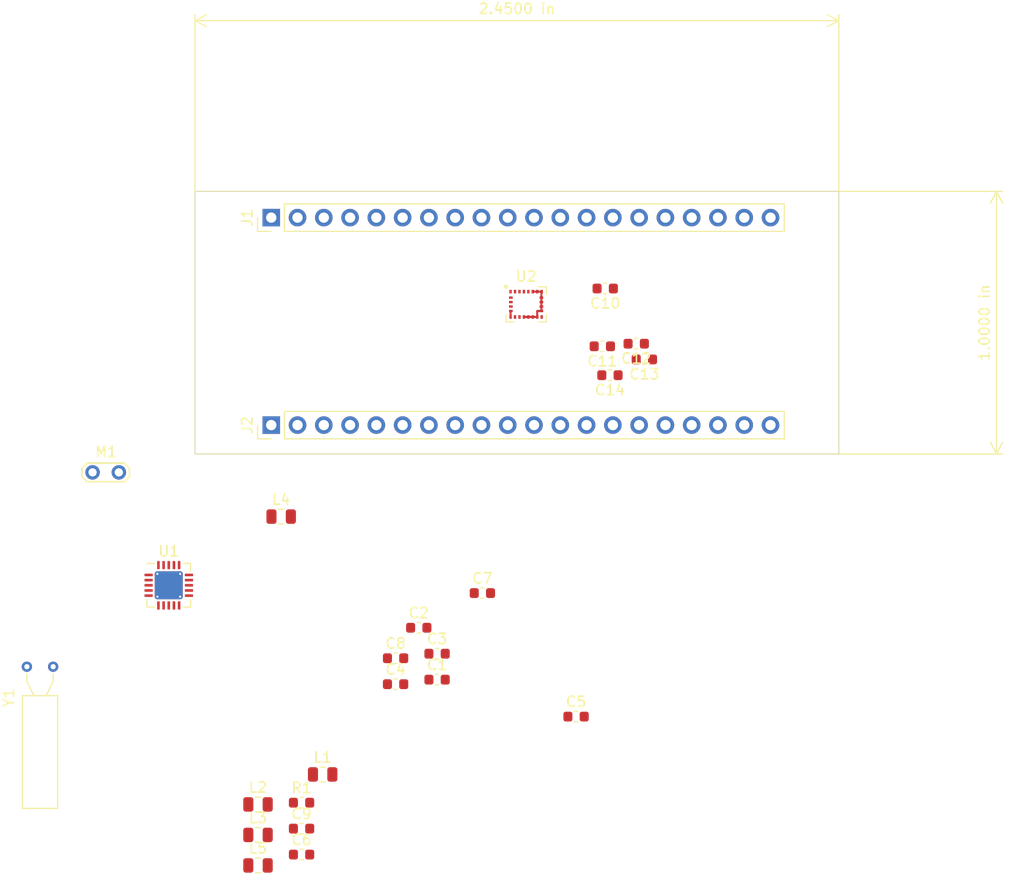
<source format=kicad_pcb>
(kicad_pcb (version 20171130) (host pcbnew 5.1.4)

  (general
    (thickness 1.6)
    (drawings 10)
    (tracks 9)
    (zones 0)
    (modules 26)
    (nets 63)
  )

  (page A4)
  (layers
    (0 F.Cu signal)
    (31 B.Cu signal)
    (32 B.Adhes user)
    (33 F.Adhes user)
    (34 B.Paste user)
    (35 F.Paste user)
    (36 B.SilkS user)
    (37 F.SilkS user)
    (38 B.Mask user)
    (39 F.Mask user)
    (40 Dwgs.User user)
    (41 Cmts.User user)
    (42 Eco1.User user)
    (43 Eco2.User user)
    (44 Edge.Cuts user)
    (45 Margin user)
    (46 B.CrtYd user)
    (47 F.CrtYd user)
    (48 B.Fab user)
    (49 F.Fab user)
  )

  (setup
    (last_trace_width 0.2)
    (user_trace_width 0.2)
    (trace_clearance 0.2)
    (zone_clearance 0.508)
    (zone_45_only no)
    (trace_min 0.2)
    (via_size 0.8)
    (via_drill 0.4)
    (via_min_size 0.4)
    (via_min_drill 0.3)
    (uvia_size 0.3)
    (uvia_drill 0.1)
    (uvias_allowed no)
    (uvia_min_size 0.2)
    (uvia_min_drill 0.1)
    (edge_width 0.05)
    (segment_width 0.2)
    (pcb_text_width 0.3)
    (pcb_text_size 1.5 1.5)
    (mod_edge_width 0.12)
    (mod_text_size 1 1)
    (mod_text_width 0.15)
    (pad_size 1.524 1.524)
    (pad_drill 0.762)
    (pad_to_mask_clearance 0.051)
    (solder_mask_min_width 0.25)
    (aux_axis_origin 0 0)
    (visible_elements FFFFFF7F)
    (pcbplotparams
      (layerselection 0x010fc_ffffffff)
      (usegerberextensions false)
      (usegerberattributes false)
      (usegerberadvancedattributes false)
      (creategerberjobfile false)
      (excludeedgelayer true)
      (linewidth 0.100000)
      (plotframeref false)
      (viasonmask false)
      (mode 1)
      (useauxorigin false)
      (hpglpennumber 1)
      (hpglpenspeed 20)
      (hpglpendiameter 15.000000)
      (psnegative false)
      (psa4output false)
      (plotreference true)
      (plotvalue true)
      (plotinvisibletext false)
      (padsonsilk false)
      (subtractmaskfromsilk false)
      (outputformat 1)
      (mirror false)
      (drillshape 1)
      (scaleselection 1)
      (outputdirectory ""))
  )

  (net 0 "")
  (net 1 "Net-(C1-Pad2)")
  (net 2 "Net-(C1-Pad1)")
  (net 3 GND)
  (net 4 "Net-(C2-Pad2)")
  (net 5 "Net-(C3-Pad2)")
  (net 6 "Net-(C3-Pad1)")
  (net 7 "Net-(C5-Pad1)")
  (net 8 "Net-(C7-Pad2)")
  (net 9 "Net-(C8-Pad2)")
  (net 10 "Net-(C9-Pad2)")
  (net 11 VDD)
  (net 12 "Net-(C12-Pad1)")
  (net 13 "Net-(C13-Pad1)")
  (net 14 /RF/RF_P)
  (net 15 /RF/RF_N)
  (net 16 "Net-(R1-Pad2)")
  (net 17 /RF/RF_SCK)
  (net 18 /RF/RF_MISO)
  (net 19 "Net-(U1-Pad3)")
  (net 20 3.3V)
  (net 21 "Net-(U1-Pad6)")
  (net 22 /RF/RF_CS)
  (net 23 "Net-(U1-Pad18)")
  (net 24 /RF/RF_MOSI)
  (net 25 "Net-(U2-Pad13)")
  (net 26 /3.3)
  (net 27 /G)
  (net 28 /R)
  (net 29 /B11)
  (net 30 /B10)
  (net 31 /B1)
  (net 32 /B0)
  (net 33 /A7)
  (net 34 /A6)
  (net 35 /A5)
  (net 36 /A4)
  (net 37 /A3)
  (net 38 /A2)
  (net 39 /A1)
  (net 40 /A0)
  (net 41 /C15)
  (net 42 /C14)
  (net 43 /C13)
  (net 44 /VB)
  (net 45 /5V)
  (net 46 /B9)
  (net 47 /B8)
  (net 48 /B7)
  (net 49 /B6)
  (net 50 /B5)
  (net 51 /B4)
  (net 52 /B3)
  (net 53 /A15)
  (net 54 /A12)
  (net 55 /A11)
  (net 56 /A10)
  (net 57 /A9)
  (net 58 /A8)
  (net 59 /B15)
  (net 60 /B14)
  (net 61 /B13)
  (net 62 /B12)

  (net_class Default "This is the default net class."
    (clearance 0.2)
    (trace_width 0.25)
    (via_dia 0.8)
    (via_drill 0.4)
    (uvia_dia 0.3)
    (uvia_drill 0.1)
    (add_net /3.3)
    (add_net /5V)
    (add_net /A0)
    (add_net /A1)
    (add_net /A10)
    (add_net /A11)
    (add_net /A12)
    (add_net /A15)
    (add_net /A2)
    (add_net /A3)
    (add_net /A4)
    (add_net /A5)
    (add_net /A6)
    (add_net /A7)
    (add_net /A8)
    (add_net /A9)
    (add_net /B0)
    (add_net /B1)
    (add_net /B10)
    (add_net /B11)
    (add_net /B12)
    (add_net /B13)
    (add_net /B14)
    (add_net /B15)
    (add_net /B3)
    (add_net /B4)
    (add_net /B5)
    (add_net /B6)
    (add_net /B7)
    (add_net /B8)
    (add_net /B9)
    (add_net /C13)
    (add_net /C14)
    (add_net /C15)
    (add_net /G)
    (add_net /R)
    (add_net /RF/RF_CS)
    (add_net /RF/RF_MISO)
    (add_net /RF/RF_MOSI)
    (add_net /RF/RF_N)
    (add_net /RF/RF_P)
    (add_net /RF/RF_SCK)
    (add_net /VB)
    (add_net 3.3V)
    (add_net GND)
    (add_net "Net-(C1-Pad1)")
    (add_net "Net-(C1-Pad2)")
    (add_net "Net-(C12-Pad1)")
    (add_net "Net-(C13-Pad1)")
    (add_net "Net-(C2-Pad2)")
    (add_net "Net-(C3-Pad1)")
    (add_net "Net-(C3-Pad2)")
    (add_net "Net-(C5-Pad1)")
    (add_net "Net-(C7-Pad2)")
    (add_net "Net-(C8-Pad2)")
    (add_net "Net-(C9-Pad2)")
    (add_net "Net-(R1-Pad2)")
    (add_net "Net-(U1-Pad18)")
    (add_net "Net-(U1-Pad3)")
    (add_net "Net-(U1-Pad6)")
    (add_net "Net-(U2-Pad13)")
    (add_net VDD)
  )

  (module Capacitor_SMD:C_0603_1608Metric (layer F.Cu) (tedit 5B301BBE) (tstamp 5DBA9B3B)
    (at 169.445001 101.835001)
    (descr "Capacitor SMD 0603 (1608 Metric), square (rectangular) end terminal, IPC_7351 nominal, (Body size source: http://www.tortai-tech.com/upload/download/2011102023233369053.pdf), generated with kicad-footprint-generator")
    (tags capacitor)
    (path /5D969FF0/5DA65A2E)
    (attr smd)
    (fp_text reference C1 (at 0 -1.43) (layer F.SilkS)
      (effects (font (size 1 1) (thickness 0.15)))
    )
    (fp_text value 0.1UF-KIT-EZ-50V-20% (at 0 1.43) (layer F.Fab)
      (effects (font (size 1 1) (thickness 0.15)))
    )
    (fp_text user %R (at 0 0) (layer F.Fab)
      (effects (font (size 0.4 0.4) (thickness 0.06)))
    )
    (fp_line (start 1.48 0.73) (end -1.48 0.73) (layer F.CrtYd) (width 0.05))
    (fp_line (start 1.48 -0.73) (end 1.48 0.73) (layer F.CrtYd) (width 0.05))
    (fp_line (start -1.48 -0.73) (end 1.48 -0.73) (layer F.CrtYd) (width 0.05))
    (fp_line (start -1.48 0.73) (end -1.48 -0.73) (layer F.CrtYd) (width 0.05))
    (fp_line (start -0.162779 0.51) (end 0.162779 0.51) (layer F.SilkS) (width 0.12))
    (fp_line (start -0.162779 -0.51) (end 0.162779 -0.51) (layer F.SilkS) (width 0.12))
    (fp_line (start 0.8 0.4) (end -0.8 0.4) (layer F.Fab) (width 0.1))
    (fp_line (start 0.8 -0.4) (end 0.8 0.4) (layer F.Fab) (width 0.1))
    (fp_line (start -0.8 -0.4) (end 0.8 -0.4) (layer F.Fab) (width 0.1))
    (fp_line (start -0.8 0.4) (end -0.8 -0.4) (layer F.Fab) (width 0.1))
    (pad 2 smd roundrect (at 0.7875 0) (size 0.875 0.95) (layers F.Cu F.Paste F.Mask) (roundrect_rratio 0.25)
      (net 1 "Net-(C1-Pad2)"))
    (pad 1 smd roundrect (at -0.7875 0) (size 0.875 0.95) (layers F.Cu F.Paste F.Mask) (roundrect_rratio 0.25)
      (net 2 "Net-(C1-Pad1)"))
    (model ${KISYS3DMOD}/Capacitor_SMD.3dshapes/C_0603_1608Metric.wrl
      (at (xyz 0 0 0))
      (scale (xyz 1 1 1))
      (rotate (xyz 0 0 0))
    )
  )

  (module Capacitor_SMD:C_0603_1608Metric (layer F.Cu) (tedit 5B301BBE) (tstamp 5DBA9B4C)
    (at 167.675001 96.815001)
    (descr "Capacitor SMD 0603 (1608 Metric), square (rectangular) end terminal, IPC_7351 nominal, (Body size source: http://www.tortai-tech.com/upload/download/2011102023233369053.pdf), generated with kicad-footprint-generator")
    (tags capacitor)
    (path /5D969FF0/5DA59F11)
    (attr smd)
    (fp_text reference C2 (at 0 -1.43) (layer F.SilkS)
      (effects (font (size 1 1) (thickness 0.15)))
    )
    (fp_text value 0.1UF-KIT-EZ-50V-20% (at 0 1.43) (layer F.Fab)
      (effects (font (size 1 1) (thickness 0.15)))
    )
    (fp_line (start -0.8 0.4) (end -0.8 -0.4) (layer F.Fab) (width 0.1))
    (fp_line (start -0.8 -0.4) (end 0.8 -0.4) (layer F.Fab) (width 0.1))
    (fp_line (start 0.8 -0.4) (end 0.8 0.4) (layer F.Fab) (width 0.1))
    (fp_line (start 0.8 0.4) (end -0.8 0.4) (layer F.Fab) (width 0.1))
    (fp_line (start -0.162779 -0.51) (end 0.162779 -0.51) (layer F.SilkS) (width 0.12))
    (fp_line (start -0.162779 0.51) (end 0.162779 0.51) (layer F.SilkS) (width 0.12))
    (fp_line (start -1.48 0.73) (end -1.48 -0.73) (layer F.CrtYd) (width 0.05))
    (fp_line (start -1.48 -0.73) (end 1.48 -0.73) (layer F.CrtYd) (width 0.05))
    (fp_line (start 1.48 -0.73) (end 1.48 0.73) (layer F.CrtYd) (width 0.05))
    (fp_line (start 1.48 0.73) (end -1.48 0.73) (layer F.CrtYd) (width 0.05))
    (fp_text user %R (at 0 0) (layer F.Fab)
      (effects (font (size 0.4 0.4) (thickness 0.06)))
    )
    (pad 1 smd roundrect (at -0.7875 0) (size 0.875 0.95) (layers F.Cu F.Paste F.Mask) (roundrect_rratio 0.25)
      (net 3 GND))
    (pad 2 smd roundrect (at 0.7875 0) (size 0.875 0.95) (layers F.Cu F.Paste F.Mask) (roundrect_rratio 0.25)
      (net 4 "Net-(C2-Pad2)"))
    (model ${KISYS3DMOD}/Capacitor_SMD.3dshapes/C_0603_1608Metric.wrl
      (at (xyz 0 0 0))
      (scale (xyz 1 1 1))
      (rotate (xyz 0 0 0))
    )
  )

  (module Capacitor_SMD:C_0603_1608Metric (layer F.Cu) (tedit 5B301BBE) (tstamp 5DBA9B5D)
    (at 169.445001 99.325001)
    (descr "Capacitor SMD 0603 (1608 Metric), square (rectangular) end terminal, IPC_7351 nominal, (Body size source: http://www.tortai-tech.com/upload/download/2011102023233369053.pdf), generated with kicad-footprint-generator")
    (tags capacitor)
    (path /5D969FF0/5DA1BF75)
    (attr smd)
    (fp_text reference C3 (at 0 -1.43) (layer F.SilkS)
      (effects (font (size 1 1) (thickness 0.15)))
    )
    (fp_text value 0.1UF-KIT-EZ-50V-20% (at 0 1.43) (layer F.Fab)
      (effects (font (size 1 1) (thickness 0.15)))
    )
    (fp_text user %R (at 0 0) (layer F.Fab)
      (effects (font (size 0.4 0.4) (thickness 0.06)))
    )
    (fp_line (start 1.48 0.73) (end -1.48 0.73) (layer F.CrtYd) (width 0.05))
    (fp_line (start 1.48 -0.73) (end 1.48 0.73) (layer F.CrtYd) (width 0.05))
    (fp_line (start -1.48 -0.73) (end 1.48 -0.73) (layer F.CrtYd) (width 0.05))
    (fp_line (start -1.48 0.73) (end -1.48 -0.73) (layer F.CrtYd) (width 0.05))
    (fp_line (start -0.162779 0.51) (end 0.162779 0.51) (layer F.SilkS) (width 0.12))
    (fp_line (start -0.162779 -0.51) (end 0.162779 -0.51) (layer F.SilkS) (width 0.12))
    (fp_line (start 0.8 0.4) (end -0.8 0.4) (layer F.Fab) (width 0.1))
    (fp_line (start 0.8 -0.4) (end 0.8 0.4) (layer F.Fab) (width 0.1))
    (fp_line (start -0.8 -0.4) (end 0.8 -0.4) (layer F.Fab) (width 0.1))
    (fp_line (start -0.8 0.4) (end -0.8 -0.4) (layer F.Fab) (width 0.1))
    (pad 2 smd roundrect (at 0.7875 0) (size 0.875 0.95) (layers F.Cu F.Paste F.Mask) (roundrect_rratio 0.25)
      (net 5 "Net-(C3-Pad2)"))
    (pad 1 smd roundrect (at -0.7875 0) (size 0.875 0.95) (layers F.Cu F.Paste F.Mask) (roundrect_rratio 0.25)
      (net 6 "Net-(C3-Pad1)"))
    (model ${KISYS3DMOD}/Capacitor_SMD.3dshapes/C_0603_1608Metric.wrl
      (at (xyz 0 0 0))
      (scale (xyz 1 1 1))
      (rotate (xyz 0 0 0))
    )
  )

  (module Capacitor_SMD:C_0603_1608Metric (layer F.Cu) (tedit 5B301BBE) (tstamp 5DBA9B6E)
    (at 165.435001 102.275001)
    (descr "Capacitor SMD 0603 (1608 Metric), square (rectangular) end terminal, IPC_7351 nominal, (Body size source: http://www.tortai-tech.com/upload/download/2011102023233369053.pdf), generated with kicad-footprint-generator")
    (tags capacitor)
    (path /5D969FF0/5DA21E27)
    (attr smd)
    (fp_text reference C4 (at 0 -1.43) (layer F.SilkS)
      (effects (font (size 1 1) (thickness 0.15)))
    )
    (fp_text value 0.1UF-KIT-EZ-50V-20% (at 0 1.43) (layer F.Fab)
      (effects (font (size 1 1) (thickness 0.15)))
    )
    (fp_line (start -0.8 0.4) (end -0.8 -0.4) (layer F.Fab) (width 0.1))
    (fp_line (start -0.8 -0.4) (end 0.8 -0.4) (layer F.Fab) (width 0.1))
    (fp_line (start 0.8 -0.4) (end 0.8 0.4) (layer F.Fab) (width 0.1))
    (fp_line (start 0.8 0.4) (end -0.8 0.4) (layer F.Fab) (width 0.1))
    (fp_line (start -0.162779 -0.51) (end 0.162779 -0.51) (layer F.SilkS) (width 0.12))
    (fp_line (start -0.162779 0.51) (end 0.162779 0.51) (layer F.SilkS) (width 0.12))
    (fp_line (start -1.48 0.73) (end -1.48 -0.73) (layer F.CrtYd) (width 0.05))
    (fp_line (start -1.48 -0.73) (end 1.48 -0.73) (layer F.CrtYd) (width 0.05))
    (fp_line (start 1.48 -0.73) (end 1.48 0.73) (layer F.CrtYd) (width 0.05))
    (fp_line (start 1.48 0.73) (end -1.48 0.73) (layer F.CrtYd) (width 0.05))
    (fp_text user %R (at 0 0) (layer F.Fab)
      (effects (font (size 0.4 0.4) (thickness 0.06)))
    )
    (pad 1 smd roundrect (at -0.7875 0) (size 0.875 0.95) (layers F.Cu F.Paste F.Mask) (roundrect_rratio 0.25)
      (net 3 GND))
    (pad 2 smd roundrect (at 0.7875 0) (size 0.875 0.95) (layers F.Cu F.Paste F.Mask) (roundrect_rratio 0.25)
      (net 6 "Net-(C3-Pad1)"))
    (model ${KISYS3DMOD}/Capacitor_SMD.3dshapes/C_0603_1608Metric.wrl
      (at (xyz 0 0 0))
      (scale (xyz 1 1 1))
      (rotate (xyz 0 0 0))
    )
  )

  (module Capacitor_SMD:C_0603_1608Metric (layer F.Cu) (tedit 5B301BBE) (tstamp 5DBA9B7F)
    (at 182.88 105.41)
    (descr "Capacitor SMD 0603 (1608 Metric), square (rectangular) end terminal, IPC_7351 nominal, (Body size source: http://www.tortai-tech.com/upload/download/2011102023233369053.pdf), generated with kicad-footprint-generator")
    (tags capacitor)
    (path /5D969FF0/5DA225FB)
    (attr smd)
    (fp_text reference C5 (at 0 -1.43) (layer F.SilkS)
      (effects (font (size 1 1) (thickness 0.15)))
    )
    (fp_text value 0.1UF-KIT-EZ-50V-20% (at 0 1.43) (layer F.Fab)
      (effects (font (size 1 1) (thickness 0.15)))
    )
    (fp_text user %R (at 0 0) (layer F.Fab)
      (effects (font (size 0.4 0.4) (thickness 0.06)))
    )
    (fp_line (start 1.48 0.73) (end -1.48 0.73) (layer F.CrtYd) (width 0.05))
    (fp_line (start 1.48 -0.73) (end 1.48 0.73) (layer F.CrtYd) (width 0.05))
    (fp_line (start -1.48 -0.73) (end 1.48 -0.73) (layer F.CrtYd) (width 0.05))
    (fp_line (start -1.48 0.73) (end -1.48 -0.73) (layer F.CrtYd) (width 0.05))
    (fp_line (start -0.162779 0.51) (end 0.162779 0.51) (layer F.SilkS) (width 0.12))
    (fp_line (start -0.162779 -0.51) (end 0.162779 -0.51) (layer F.SilkS) (width 0.12))
    (fp_line (start 0.8 0.4) (end -0.8 0.4) (layer F.Fab) (width 0.1))
    (fp_line (start 0.8 -0.4) (end 0.8 0.4) (layer F.Fab) (width 0.1))
    (fp_line (start -0.8 -0.4) (end 0.8 -0.4) (layer F.Fab) (width 0.1))
    (fp_line (start -0.8 0.4) (end -0.8 -0.4) (layer F.Fab) (width 0.1))
    (pad 2 smd roundrect (at 0.7875 0) (size 0.875 0.95) (layers F.Cu F.Paste F.Mask) (roundrect_rratio 0.25)
      (net 3 GND))
    (pad 1 smd roundrect (at -0.7875 0) (size 0.875 0.95) (layers F.Cu F.Paste F.Mask) (roundrect_rratio 0.25)
      (net 7 "Net-(C5-Pad1)"))
    (model ${KISYS3DMOD}/Capacitor_SMD.3dshapes/C_0603_1608Metric.wrl
      (at (xyz 0 0 0))
      (scale (xyz 1 1 1))
      (rotate (xyz 0 0 0))
    )
  )

  (module Capacitor_SMD:C_0603_1608Metric (layer F.Cu) (tedit 5B301BBE) (tstamp 5DBA9B90)
    (at 156.345001 118.755001)
    (descr "Capacitor SMD 0603 (1608 Metric), square (rectangular) end terminal, IPC_7351 nominal, (Body size source: http://www.tortai-tech.com/upload/download/2011102023233369053.pdf), generated with kicad-footprint-generator")
    (tags capacitor)
    (path /5D969FF0/5DA1B017)
    (attr smd)
    (fp_text reference C6 (at 0 -1.43) (layer F.SilkS)
      (effects (font (size 1 1) (thickness 0.15)))
    )
    (fp_text value 0.1UF-KIT-EZ-50V-20% (at 0 1.43) (layer F.Fab)
      (effects (font (size 1 1) (thickness 0.15)))
    )
    (fp_line (start -0.8 0.4) (end -0.8 -0.4) (layer F.Fab) (width 0.1))
    (fp_line (start -0.8 -0.4) (end 0.8 -0.4) (layer F.Fab) (width 0.1))
    (fp_line (start 0.8 -0.4) (end 0.8 0.4) (layer F.Fab) (width 0.1))
    (fp_line (start 0.8 0.4) (end -0.8 0.4) (layer F.Fab) (width 0.1))
    (fp_line (start -0.162779 -0.51) (end 0.162779 -0.51) (layer F.SilkS) (width 0.12))
    (fp_line (start -0.162779 0.51) (end 0.162779 0.51) (layer F.SilkS) (width 0.12))
    (fp_line (start -1.48 0.73) (end -1.48 -0.73) (layer F.CrtYd) (width 0.05))
    (fp_line (start -1.48 -0.73) (end 1.48 -0.73) (layer F.CrtYd) (width 0.05))
    (fp_line (start 1.48 -0.73) (end 1.48 0.73) (layer F.CrtYd) (width 0.05))
    (fp_line (start 1.48 0.73) (end -1.48 0.73) (layer F.CrtYd) (width 0.05))
    (fp_text user %R (at 0 0) (layer F.Fab)
      (effects (font (size 0.4 0.4) (thickness 0.06)))
    )
    (pad 1 smd roundrect (at -0.7875 0) (size 0.875 0.95) (layers F.Cu F.Paste F.Mask) (roundrect_rratio 0.25)
      (net 6 "Net-(C3-Pad1)"))
    (pad 2 smd roundrect (at 0.7875 0) (size 0.875 0.95) (layers F.Cu F.Paste F.Mask) (roundrect_rratio 0.25)
      (net 7 "Net-(C5-Pad1)"))
    (model ${KISYS3DMOD}/Capacitor_SMD.3dshapes/C_0603_1608Metric.wrl
      (at (xyz 0 0 0))
      (scale (xyz 1 1 1))
      (rotate (xyz 0 0 0))
    )
  )

  (module Capacitor_SMD:C_0603_1608Metric (layer F.Cu) (tedit 5B301BBE) (tstamp 5DBA9BA1)
    (at 173.825001 93.465001)
    (descr "Capacitor SMD 0603 (1608 Metric), square (rectangular) end terminal, IPC_7351 nominal, (Body size source: http://www.tortai-tech.com/upload/download/2011102023233369053.pdf), generated with kicad-footprint-generator")
    (tags capacitor)
    (path /5D969FF0/5D981962)
    (attr smd)
    (fp_text reference C7 (at 0 -1.43) (layer F.SilkS)
      (effects (font (size 1 1) (thickness 0.15)))
    )
    (fp_text value 0.1UF-KIT-EZ-50V-20% (at 0 1.43) (layer F.Fab)
      (effects (font (size 1 1) (thickness 0.15)))
    )
    (fp_text user %R (at 0 0) (layer F.Fab)
      (effects (font (size 0.4 0.4) (thickness 0.06)))
    )
    (fp_line (start 1.48 0.73) (end -1.48 0.73) (layer F.CrtYd) (width 0.05))
    (fp_line (start 1.48 -0.73) (end 1.48 0.73) (layer F.CrtYd) (width 0.05))
    (fp_line (start -1.48 -0.73) (end 1.48 -0.73) (layer F.CrtYd) (width 0.05))
    (fp_line (start -1.48 0.73) (end -1.48 -0.73) (layer F.CrtYd) (width 0.05))
    (fp_line (start -0.162779 0.51) (end 0.162779 0.51) (layer F.SilkS) (width 0.12))
    (fp_line (start -0.162779 -0.51) (end 0.162779 -0.51) (layer F.SilkS) (width 0.12))
    (fp_line (start 0.8 0.4) (end -0.8 0.4) (layer F.Fab) (width 0.1))
    (fp_line (start 0.8 -0.4) (end 0.8 0.4) (layer F.Fab) (width 0.1))
    (fp_line (start -0.8 -0.4) (end 0.8 -0.4) (layer F.Fab) (width 0.1))
    (fp_line (start -0.8 0.4) (end -0.8 -0.4) (layer F.Fab) (width 0.1))
    (pad 2 smd roundrect (at 0.7875 0) (size 0.875 0.95) (layers F.Cu F.Paste F.Mask) (roundrect_rratio 0.25)
      (net 8 "Net-(C7-Pad2)"))
    (pad 1 smd roundrect (at -0.7875 0) (size 0.875 0.95) (layers F.Cu F.Paste F.Mask) (roundrect_rratio 0.25)
      (net 3 GND))
    (model ${KISYS3DMOD}/Capacitor_SMD.3dshapes/C_0603_1608Metric.wrl
      (at (xyz 0 0 0))
      (scale (xyz 1 1 1))
      (rotate (xyz 0 0 0))
    )
  )

  (module Capacitor_SMD:C_0603_1608Metric (layer F.Cu) (tedit 5B301BBE) (tstamp 5DBA9BB2)
    (at 165.435001 99.765001)
    (descr "Capacitor SMD 0603 (1608 Metric), square (rectangular) end terminal, IPC_7351 nominal, (Body size source: http://www.tortai-tech.com/upload/download/2011102023233369053.pdf), generated with kicad-footprint-generator")
    (tags capacitor)
    (path /5D969FF0/5D9AA820)
    (attr smd)
    (fp_text reference C8 (at 0 -1.43) (layer F.SilkS)
      (effects (font (size 1 1) (thickness 0.15)))
    )
    (fp_text value 0.1UF-KIT-EZ-50V-20% (at 0 1.43) (layer F.Fab)
      (effects (font (size 1 1) (thickness 0.15)))
    )
    (fp_line (start -0.8 0.4) (end -0.8 -0.4) (layer F.Fab) (width 0.1))
    (fp_line (start -0.8 -0.4) (end 0.8 -0.4) (layer F.Fab) (width 0.1))
    (fp_line (start 0.8 -0.4) (end 0.8 0.4) (layer F.Fab) (width 0.1))
    (fp_line (start 0.8 0.4) (end -0.8 0.4) (layer F.Fab) (width 0.1))
    (fp_line (start -0.162779 -0.51) (end 0.162779 -0.51) (layer F.SilkS) (width 0.12))
    (fp_line (start -0.162779 0.51) (end 0.162779 0.51) (layer F.SilkS) (width 0.12))
    (fp_line (start -1.48 0.73) (end -1.48 -0.73) (layer F.CrtYd) (width 0.05))
    (fp_line (start -1.48 -0.73) (end 1.48 -0.73) (layer F.CrtYd) (width 0.05))
    (fp_line (start 1.48 -0.73) (end 1.48 0.73) (layer F.CrtYd) (width 0.05))
    (fp_line (start 1.48 0.73) (end -1.48 0.73) (layer F.CrtYd) (width 0.05))
    (fp_text user %R (at 0 0) (layer F.Fab)
      (effects (font (size 0.4 0.4) (thickness 0.06)))
    )
    (pad 1 smd roundrect (at -0.7875 0) (size 0.875 0.95) (layers F.Cu F.Paste F.Mask) (roundrect_rratio 0.25)
      (net 3 GND))
    (pad 2 smd roundrect (at 0.7875 0) (size 0.875 0.95) (layers F.Cu F.Paste F.Mask) (roundrect_rratio 0.25)
      (net 9 "Net-(C8-Pad2)"))
    (model ${KISYS3DMOD}/Capacitor_SMD.3dshapes/C_0603_1608Metric.wrl
      (at (xyz 0 0 0))
      (scale (xyz 1 1 1))
      (rotate (xyz 0 0 0))
    )
  )

  (module Capacitor_SMD:C_0603_1608Metric (layer F.Cu) (tedit 5B301BBE) (tstamp 5DBA9BC3)
    (at 156.345001 116.245001)
    (descr "Capacitor SMD 0603 (1608 Metric), square (rectangular) end terminal, IPC_7351 nominal, (Body size source: http://www.tortai-tech.com/upload/download/2011102023233369053.pdf), generated with kicad-footprint-generator")
    (tags capacitor)
    (path /5D969FF0/5DA0075A)
    (attr smd)
    (fp_text reference C9 (at 0 -1.43) (layer F.SilkS)
      (effects (font (size 1 1) (thickness 0.15)))
    )
    (fp_text value 0.1UF-KIT-EZ-50V-20% (at 0 1.43) (layer F.Fab)
      (effects (font (size 1 1) (thickness 0.15)))
    )
    (fp_text user %R (at 0 0) (layer F.Fab)
      (effects (font (size 0.4 0.4) (thickness 0.06)))
    )
    (fp_line (start 1.48 0.73) (end -1.48 0.73) (layer F.CrtYd) (width 0.05))
    (fp_line (start 1.48 -0.73) (end 1.48 0.73) (layer F.CrtYd) (width 0.05))
    (fp_line (start -1.48 -0.73) (end 1.48 -0.73) (layer F.CrtYd) (width 0.05))
    (fp_line (start -1.48 0.73) (end -1.48 -0.73) (layer F.CrtYd) (width 0.05))
    (fp_line (start -0.162779 0.51) (end 0.162779 0.51) (layer F.SilkS) (width 0.12))
    (fp_line (start -0.162779 -0.51) (end 0.162779 -0.51) (layer F.SilkS) (width 0.12))
    (fp_line (start 0.8 0.4) (end -0.8 0.4) (layer F.Fab) (width 0.1))
    (fp_line (start 0.8 -0.4) (end 0.8 0.4) (layer F.Fab) (width 0.1))
    (fp_line (start -0.8 -0.4) (end 0.8 -0.4) (layer F.Fab) (width 0.1))
    (fp_line (start -0.8 0.4) (end -0.8 -0.4) (layer F.Fab) (width 0.1))
    (pad 2 smd roundrect (at 0.7875 0) (size 0.875 0.95) (layers F.Cu F.Paste F.Mask) (roundrect_rratio 0.25)
      (net 10 "Net-(C9-Pad2)"))
    (pad 1 smd roundrect (at -0.7875 0) (size 0.875 0.95) (layers F.Cu F.Paste F.Mask) (roundrect_rratio 0.25)
      (net 3 GND))
    (model ${KISYS3DMOD}/Capacitor_SMD.3dshapes/C_0603_1608Metric.wrl
      (at (xyz 0 0 0))
      (scale (xyz 1 1 1))
      (rotate (xyz 0 0 0))
    )
  )

  (module Capacitor_SMD:C_0603_1608Metric (layer F.Cu) (tedit 5B301BBE) (tstamp 5DBA9BD4)
    (at 185.6995 64.008 180)
    (descr "Capacitor SMD 0603 (1608 Metric), square (rectangular) end terminal, IPC_7351 nominal, (Body size source: http://www.tortai-tech.com/upload/download/2011102023233369053.pdf), generated with kicad-footprint-generator")
    (tags capacitor)
    (path /5DAFA187/5DB4B5CC)
    (attr smd)
    (fp_text reference C10 (at 0 -1.43) (layer F.SilkS)
      (effects (font (size 1 1) (thickness 0.15)))
    )
    (fp_text value 100nF (at 0 1.43) (layer F.Fab)
      (effects (font (size 1 1) (thickness 0.15)))
    )
    (fp_line (start -0.8 0.4) (end -0.8 -0.4) (layer F.Fab) (width 0.1))
    (fp_line (start -0.8 -0.4) (end 0.8 -0.4) (layer F.Fab) (width 0.1))
    (fp_line (start 0.8 -0.4) (end 0.8 0.4) (layer F.Fab) (width 0.1))
    (fp_line (start 0.8 0.4) (end -0.8 0.4) (layer F.Fab) (width 0.1))
    (fp_line (start -0.162779 -0.51) (end 0.162779 -0.51) (layer F.SilkS) (width 0.12))
    (fp_line (start -0.162779 0.51) (end 0.162779 0.51) (layer F.SilkS) (width 0.12))
    (fp_line (start -1.48 0.73) (end -1.48 -0.73) (layer F.CrtYd) (width 0.05))
    (fp_line (start -1.48 -0.73) (end 1.48 -0.73) (layer F.CrtYd) (width 0.05))
    (fp_line (start 1.48 -0.73) (end 1.48 0.73) (layer F.CrtYd) (width 0.05))
    (fp_line (start 1.48 0.73) (end -1.48 0.73) (layer F.CrtYd) (width 0.05))
    (fp_text user %R (at 0 0) (layer F.Fab)
      (effects (font (size 0.4 0.4) (thickness 0.06)))
    )
    (pad 1 smd roundrect (at -0.7875 0 180) (size 0.875 0.95) (layers F.Cu F.Paste F.Mask) (roundrect_rratio 0.25)
      (net 3 GND))
    (pad 2 smd roundrect (at 0.7875 0 180) (size 0.875 0.95) (layers F.Cu F.Paste F.Mask) (roundrect_rratio 0.25)
      (net 11 VDD))
    (model ${KISYS3DMOD}/Capacitor_SMD.3dshapes/C_0603_1608Metric.wrl
      (at (xyz 0 0 0))
      (scale (xyz 1 1 1))
      (rotate (xyz 0 0 0))
    )
  )

  (module Capacitor_SMD:C_0603_1608Metric (layer F.Cu) (tedit 5B301BBE) (tstamp 5DBA9BE5)
    (at 185.42 69.596 180)
    (descr "Capacitor SMD 0603 (1608 Metric), square (rectangular) end terminal, IPC_7351 nominal, (Body size source: http://www.tortai-tech.com/upload/download/2011102023233369053.pdf), generated with kicad-footprint-generator")
    (tags capacitor)
    (path /5DAFA187/5DB7C0F9)
    (attr smd)
    (fp_text reference C11 (at 0 -1.43) (layer F.SilkS)
      (effects (font (size 1 1) (thickness 0.15)))
    )
    (fp_text value 100nF (at 0 1.43) (layer F.Fab)
      (effects (font (size 1 1) (thickness 0.15)))
    )
    (fp_text user %R (at 0 0) (layer F.Fab)
      (effects (font (size 0.4 0.4) (thickness 0.06)))
    )
    (fp_line (start 1.48 0.73) (end -1.48 0.73) (layer F.CrtYd) (width 0.05))
    (fp_line (start 1.48 -0.73) (end 1.48 0.73) (layer F.CrtYd) (width 0.05))
    (fp_line (start -1.48 -0.73) (end 1.48 -0.73) (layer F.CrtYd) (width 0.05))
    (fp_line (start -1.48 0.73) (end -1.48 -0.73) (layer F.CrtYd) (width 0.05))
    (fp_line (start -0.162779 0.51) (end 0.162779 0.51) (layer F.SilkS) (width 0.12))
    (fp_line (start -0.162779 -0.51) (end 0.162779 -0.51) (layer F.SilkS) (width 0.12))
    (fp_line (start 0.8 0.4) (end -0.8 0.4) (layer F.Fab) (width 0.1))
    (fp_line (start 0.8 -0.4) (end 0.8 0.4) (layer F.Fab) (width 0.1))
    (fp_line (start -0.8 -0.4) (end 0.8 -0.4) (layer F.Fab) (width 0.1))
    (fp_line (start -0.8 0.4) (end -0.8 -0.4) (layer F.Fab) (width 0.1))
    (pad 2 smd roundrect (at 0.7875 0 180) (size 0.875 0.95) (layers F.Cu F.Paste F.Mask) (roundrect_rratio 0.25)
      (net 3 GND))
    (pad 1 smd roundrect (at -0.7875 0 180) (size 0.875 0.95) (layers F.Cu F.Paste F.Mask) (roundrect_rratio 0.25)
      (net 11 VDD))
    (model ${KISYS3DMOD}/Capacitor_SMD.3dshapes/C_0603_1608Metric.wrl
      (at (xyz 0 0 0))
      (scale (xyz 1 1 1))
      (rotate (xyz 0 0 0))
    )
  )

  (module Capacitor_SMD:C_0603_1608Metric (layer F.Cu) (tedit 5B301BBE) (tstamp 5DBA9BF6)
    (at 188.6965 69.342 180)
    (descr "Capacitor SMD 0603 (1608 Metric), square (rectangular) end terminal, IPC_7351 nominal, (Body size source: http://www.tortai-tech.com/upload/download/2011102023233369053.pdf), generated with kicad-footprint-generator")
    (tags capacitor)
    (path /5DAFA187/5DB2F784)
    (attr smd)
    (fp_text reference C12 (at 0 -1.43) (layer F.SilkS)
      (effects (font (size 1 1) (thickness 0.15)))
    )
    (fp_text value 10nF (at 0 1.43) (layer F.Fab)
      (effects (font (size 1 1) (thickness 0.15)))
    )
    (fp_line (start -0.8 0.4) (end -0.8 -0.4) (layer F.Fab) (width 0.1))
    (fp_line (start -0.8 -0.4) (end 0.8 -0.4) (layer F.Fab) (width 0.1))
    (fp_line (start 0.8 -0.4) (end 0.8 0.4) (layer F.Fab) (width 0.1))
    (fp_line (start 0.8 0.4) (end -0.8 0.4) (layer F.Fab) (width 0.1))
    (fp_line (start -0.162779 -0.51) (end 0.162779 -0.51) (layer F.SilkS) (width 0.12))
    (fp_line (start -0.162779 0.51) (end 0.162779 0.51) (layer F.SilkS) (width 0.12))
    (fp_line (start -1.48 0.73) (end -1.48 -0.73) (layer F.CrtYd) (width 0.05))
    (fp_line (start -1.48 -0.73) (end 1.48 -0.73) (layer F.CrtYd) (width 0.05))
    (fp_line (start 1.48 -0.73) (end 1.48 0.73) (layer F.CrtYd) (width 0.05))
    (fp_line (start 1.48 0.73) (end -1.48 0.73) (layer F.CrtYd) (width 0.05))
    (fp_text user %R (at 0 0) (layer F.Fab)
      (effects (font (size 0.4 0.4) (thickness 0.06)))
    )
    (pad 1 smd roundrect (at -0.7875 0 180) (size 0.875 0.95) (layers F.Cu F.Paste F.Mask) (roundrect_rratio 0.25)
      (net 12 "Net-(C12-Pad1)"))
    (pad 2 smd roundrect (at 0.7875 0 180) (size 0.875 0.95) (layers F.Cu F.Paste F.Mask) (roundrect_rratio 0.25)
      (net 3 GND))
    (model ${KISYS3DMOD}/Capacitor_SMD.3dshapes/C_0603_1608Metric.wrl
      (at (xyz 0 0 0))
      (scale (xyz 1 1 1))
      (rotate (xyz 0 0 0))
    )
  )

  (module Capacitor_SMD:C_0603_1608Metric (layer F.Cu) (tedit 5B301BBE) (tstamp 5DBA9C07)
    (at 189.484 70.866 180)
    (descr "Capacitor SMD 0603 (1608 Metric), square (rectangular) end terminal, IPC_7351 nominal, (Body size source: http://www.tortai-tech.com/upload/download/2011102023233369053.pdf), generated with kicad-footprint-generator")
    (tags capacitor)
    (path /5DAFA187/5DB36233)
    (attr smd)
    (fp_text reference C13 (at 0 -1.43) (layer F.SilkS)
      (effects (font (size 1 1) (thickness 0.15)))
    )
    (fp_text value 100nF (at 0 1.43) (layer F.Fab)
      (effects (font (size 1 1) (thickness 0.15)))
    )
    (fp_text user %R (at 0 0) (layer F.Fab)
      (effects (font (size 0.4 0.4) (thickness 0.06)))
    )
    (fp_line (start 1.48 0.73) (end -1.48 0.73) (layer F.CrtYd) (width 0.05))
    (fp_line (start 1.48 -0.73) (end 1.48 0.73) (layer F.CrtYd) (width 0.05))
    (fp_line (start -1.48 -0.73) (end 1.48 -0.73) (layer F.CrtYd) (width 0.05))
    (fp_line (start -1.48 0.73) (end -1.48 -0.73) (layer F.CrtYd) (width 0.05))
    (fp_line (start -0.162779 0.51) (end 0.162779 0.51) (layer F.SilkS) (width 0.12))
    (fp_line (start -0.162779 -0.51) (end 0.162779 -0.51) (layer F.SilkS) (width 0.12))
    (fp_line (start 0.8 0.4) (end -0.8 0.4) (layer F.Fab) (width 0.1))
    (fp_line (start 0.8 -0.4) (end 0.8 0.4) (layer F.Fab) (width 0.1))
    (fp_line (start -0.8 -0.4) (end 0.8 -0.4) (layer F.Fab) (width 0.1))
    (fp_line (start -0.8 0.4) (end -0.8 -0.4) (layer F.Fab) (width 0.1))
    (pad 2 smd roundrect (at 0.7875 0 180) (size 0.875 0.95) (layers F.Cu F.Paste F.Mask) (roundrect_rratio 0.25)
      (net 3 GND))
    (pad 1 smd roundrect (at -0.7875 0 180) (size 0.875 0.95) (layers F.Cu F.Paste F.Mask) (roundrect_rratio 0.25)
      (net 13 "Net-(C13-Pad1)"))
    (model ${KISYS3DMOD}/Capacitor_SMD.3dshapes/C_0603_1608Metric.wrl
      (at (xyz 0 0 0))
      (scale (xyz 1 1 1))
      (rotate (xyz 0 0 0))
    )
  )

  (module Capacitor_SMD:C_0603_1608Metric (layer F.Cu) (tedit 5B301BBE) (tstamp 5DBA9C18)
    (at 186.1565 72.39 180)
    (descr "Capacitor SMD 0603 (1608 Metric), square (rectangular) end terminal, IPC_7351 nominal, (Body size source: http://www.tortai-tech.com/upload/download/2011102023233369053.pdf), generated with kicad-footprint-generator")
    (tags capacitor)
    (path /5DAFA187/5DBB7160)
    (attr smd)
    (fp_text reference C14 (at 0 -1.43) (layer F.SilkS)
      (effects (font (size 1 1) (thickness 0.15)))
    )
    (fp_text value 10uF (at 0 1.43) (layer F.Fab)
      (effects (font (size 1 1) (thickness 0.15)))
    )
    (fp_line (start -0.8 0.4) (end -0.8 -0.4) (layer F.Fab) (width 0.1))
    (fp_line (start -0.8 -0.4) (end 0.8 -0.4) (layer F.Fab) (width 0.1))
    (fp_line (start 0.8 -0.4) (end 0.8 0.4) (layer F.Fab) (width 0.1))
    (fp_line (start 0.8 0.4) (end -0.8 0.4) (layer F.Fab) (width 0.1))
    (fp_line (start -0.162779 -0.51) (end 0.162779 -0.51) (layer F.SilkS) (width 0.12))
    (fp_line (start -0.162779 0.51) (end 0.162779 0.51) (layer F.SilkS) (width 0.12))
    (fp_line (start -1.48 0.73) (end -1.48 -0.73) (layer F.CrtYd) (width 0.05))
    (fp_line (start -1.48 -0.73) (end 1.48 -0.73) (layer F.CrtYd) (width 0.05))
    (fp_line (start 1.48 -0.73) (end 1.48 0.73) (layer F.CrtYd) (width 0.05))
    (fp_line (start 1.48 0.73) (end -1.48 0.73) (layer F.CrtYd) (width 0.05))
    (fp_text user %R (at 0 0) (layer F.Fab)
      (effects (font (size 0.4 0.4) (thickness 0.06)))
    )
    (pad 1 smd roundrect (at -0.7875 0 180) (size 0.875 0.95) (layers F.Cu F.Paste F.Mask) (roundrect_rratio 0.25)
      (net 11 VDD))
    (pad 2 smd roundrect (at 0.7875 0 180) (size 0.875 0.95) (layers F.Cu F.Paste F.Mask) (roundrect_rratio 0.25)
      (net 3 GND))
    (model ${KISYS3DMOD}/Capacitor_SMD.3dshapes/C_0603_1608Metric.wrl
      (at (xyz 0 0 0))
      (scale (xyz 1 1 1))
      (rotate (xyz 0 0 0))
    )
  )

  (module Inductor_SMD:L_0805_2012Metric (layer F.Cu) (tedit 5B36C52B) (tstamp 5DBA9C29)
    (at 158.385001 111.005001)
    (descr "Inductor SMD 0805 (2012 Metric), square (rectangular) end terminal, IPC_7351 nominal, (Body size source: https://docs.google.com/spreadsheets/d/1BsfQQcO9C6DZCsRaXUlFlo91Tg2WpOkGARC1WS5S8t0/edit?usp=sharing), generated with kicad-footprint-generator")
    (tags inductor)
    (path /5D969FF0/5DA62FAF)
    (attr smd)
    (fp_text reference L1 (at 0 -1.65) (layer F.SilkS)
      (effects (font (size 1 1) (thickness 0.15)))
    )
    (fp_text value INDUCTOR-0402-3.9NH (at 0 1.65) (layer F.Fab)
      (effects (font (size 1 1) (thickness 0.15)))
    )
    (fp_line (start -1 0.6) (end -1 -0.6) (layer F.Fab) (width 0.1))
    (fp_line (start -1 -0.6) (end 1 -0.6) (layer F.Fab) (width 0.1))
    (fp_line (start 1 -0.6) (end 1 0.6) (layer F.Fab) (width 0.1))
    (fp_line (start 1 0.6) (end -1 0.6) (layer F.Fab) (width 0.1))
    (fp_line (start -0.258578 -0.71) (end 0.258578 -0.71) (layer F.SilkS) (width 0.12))
    (fp_line (start -0.258578 0.71) (end 0.258578 0.71) (layer F.SilkS) (width 0.12))
    (fp_line (start -1.68 0.95) (end -1.68 -0.95) (layer F.CrtYd) (width 0.05))
    (fp_line (start -1.68 -0.95) (end 1.68 -0.95) (layer F.CrtYd) (width 0.05))
    (fp_line (start 1.68 -0.95) (end 1.68 0.95) (layer F.CrtYd) (width 0.05))
    (fp_line (start 1.68 0.95) (end -1.68 0.95) (layer F.CrtYd) (width 0.05))
    (fp_text user %R (at 0 0) (layer F.Fab)
      (effects (font (size 0.5 0.5) (thickness 0.08)))
    )
    (pad 1 smd roundrect (at -0.9375 0) (size 0.975 1.4) (layers F.Cu F.Paste F.Mask) (roundrect_rratio 0.25)
      (net 4 "Net-(C2-Pad2)"))
    (pad 2 smd roundrect (at 0.9375 0) (size 0.975 1.4) (layers F.Cu F.Paste F.Mask) (roundrect_rratio 0.25)
      (net 2 "Net-(C1-Pad1)"))
    (model ${KISYS3DMOD}/Inductor_SMD.3dshapes/L_0805_2012Metric.wrl
      (at (xyz 0 0 0))
      (scale (xyz 1 1 1))
      (rotate (xyz 0 0 0))
    )
  )

  (module Inductor_SMD:L_0805_2012Metric (layer F.Cu) (tedit 5B36C52B) (tstamp 5DBA9C3A)
    (at 152.135001 113.905001)
    (descr "Inductor SMD 0805 (2012 Metric), square (rectangular) end terminal, IPC_7351 nominal, (Body size source: https://docs.google.com/spreadsheets/d/1BsfQQcO9C6DZCsRaXUlFlo91Tg2WpOkGARC1WS5S8t0/edit?usp=sharing), generated with kicad-footprint-generator")
    (tags inductor)
    (path /5D969FF0/5DA5E843)
    (attr smd)
    (fp_text reference L2 (at 0 -1.65) (layer F.SilkS)
      (effects (font (size 1 1) (thickness 0.15)))
    )
    (fp_text value INDUCTOR-0402-3.9NH (at 0 1.65) (layer F.Fab)
      (effects (font (size 1 1) (thickness 0.15)))
    )
    (fp_text user %R (at 0 0) (layer F.Fab)
      (effects (font (size 0.5 0.5) (thickness 0.08)))
    )
    (fp_line (start 1.68 0.95) (end -1.68 0.95) (layer F.CrtYd) (width 0.05))
    (fp_line (start 1.68 -0.95) (end 1.68 0.95) (layer F.CrtYd) (width 0.05))
    (fp_line (start -1.68 -0.95) (end 1.68 -0.95) (layer F.CrtYd) (width 0.05))
    (fp_line (start -1.68 0.95) (end -1.68 -0.95) (layer F.CrtYd) (width 0.05))
    (fp_line (start -0.258578 0.71) (end 0.258578 0.71) (layer F.SilkS) (width 0.12))
    (fp_line (start -0.258578 -0.71) (end 0.258578 -0.71) (layer F.SilkS) (width 0.12))
    (fp_line (start 1 0.6) (end -1 0.6) (layer F.Fab) (width 0.1))
    (fp_line (start 1 -0.6) (end 1 0.6) (layer F.Fab) (width 0.1))
    (fp_line (start -1 -0.6) (end 1 -0.6) (layer F.Fab) (width 0.1))
    (fp_line (start -1 0.6) (end -1 -0.6) (layer F.Fab) (width 0.1))
    (pad 2 smd roundrect (at 0.9375 0) (size 0.975 1.4) (layers F.Cu F.Paste F.Mask) (roundrect_rratio 0.25)
      (net 4 "Net-(C2-Pad2)"))
    (pad 1 smd roundrect (at -0.9375 0) (size 0.975 1.4) (layers F.Cu F.Paste F.Mask) (roundrect_rratio 0.25)
      (net 5 "Net-(C3-Pad2)"))
    (model ${KISYS3DMOD}/Inductor_SMD.3dshapes/L_0805_2012Metric.wrl
      (at (xyz 0 0 0))
      (scale (xyz 1 1 1))
      (rotate (xyz 0 0 0))
    )
  )

  (module Inductor_SMD:L_0805_2012Metric (layer F.Cu) (tedit 5B36C52B) (tstamp 5DBA9C4B)
    (at 152.135001 116.855001)
    (descr "Inductor SMD 0805 (2012 Metric), square (rectangular) end terminal, IPC_7351 nominal, (Body size source: https://docs.google.com/spreadsheets/d/1BsfQQcO9C6DZCsRaXUlFlo91Tg2WpOkGARC1WS5S8t0/edit?usp=sharing), generated with kicad-footprint-generator")
    (tags inductor)
    (path /5D969FF0/5DA17EF8)
    (attr smd)
    (fp_text reference L3 (at 0 -1.65) (layer F.SilkS)
      (effects (font (size 1 1) (thickness 0.15)))
    )
    (fp_text value INDUCTOR-0402-3.9NH (at 0 1.65) (layer F.Fab)
      (effects (font (size 1 1) (thickness 0.15)))
    )
    (fp_line (start -1 0.6) (end -1 -0.6) (layer F.Fab) (width 0.1))
    (fp_line (start -1 -0.6) (end 1 -0.6) (layer F.Fab) (width 0.1))
    (fp_line (start 1 -0.6) (end 1 0.6) (layer F.Fab) (width 0.1))
    (fp_line (start 1 0.6) (end -1 0.6) (layer F.Fab) (width 0.1))
    (fp_line (start -0.258578 -0.71) (end 0.258578 -0.71) (layer F.SilkS) (width 0.12))
    (fp_line (start -0.258578 0.71) (end 0.258578 0.71) (layer F.SilkS) (width 0.12))
    (fp_line (start -1.68 0.95) (end -1.68 -0.95) (layer F.CrtYd) (width 0.05))
    (fp_line (start -1.68 -0.95) (end 1.68 -0.95) (layer F.CrtYd) (width 0.05))
    (fp_line (start 1.68 -0.95) (end 1.68 0.95) (layer F.CrtYd) (width 0.05))
    (fp_line (start 1.68 0.95) (end -1.68 0.95) (layer F.CrtYd) (width 0.05))
    (fp_text user %R (at 0 0) (layer F.Fab)
      (effects (font (size 0.5 0.5) (thickness 0.08)))
    )
    (pad 1 smd roundrect (at -0.9375 0) (size 0.975 1.4) (layers F.Cu F.Paste F.Mask) (roundrect_rratio 0.25)
      (net 7 "Net-(C5-Pad1)"))
    (pad 2 smd roundrect (at 0.9375 0) (size 0.975 1.4) (layers F.Cu F.Paste F.Mask) (roundrect_rratio 0.25)
      (net 5 "Net-(C3-Pad2)"))
    (model ${KISYS3DMOD}/Inductor_SMD.3dshapes/L_0805_2012Metric.wrl
      (at (xyz 0 0 0))
      (scale (xyz 1 1 1))
      (rotate (xyz 0 0 0))
    )
  )

  (module Inductor_SMD:L_0805_2012Metric (layer F.Cu) (tedit 5B36C52B) (tstamp 5DBA9C5C)
    (at 154.375001 86.065001)
    (descr "Inductor SMD 0805 (2012 Metric), square (rectangular) end terminal, IPC_7351 nominal, (Body size source: https://docs.google.com/spreadsheets/d/1BsfQQcO9C6DZCsRaXUlFlo91Tg2WpOkGARC1WS5S8t0/edit?usp=sharing), generated with kicad-footprint-generator")
    (tags inductor)
    (path /5D969FF0/5DA177FA)
    (attr smd)
    (fp_text reference L4 (at 0 -1.65) (layer F.SilkS)
      (effects (font (size 1 1) (thickness 0.15)))
    )
    (fp_text value INDUCTOR-0402-3.9NH (at 0 1.65) (layer F.Fab)
      (effects (font (size 1 1) (thickness 0.15)))
    )
    (fp_text user %R (at 0 0) (layer F.Fab)
      (effects (font (size 0.5 0.5) (thickness 0.08)))
    )
    (fp_line (start 1.68 0.95) (end -1.68 0.95) (layer F.CrtYd) (width 0.05))
    (fp_line (start 1.68 -0.95) (end 1.68 0.95) (layer F.CrtYd) (width 0.05))
    (fp_line (start -1.68 -0.95) (end 1.68 -0.95) (layer F.CrtYd) (width 0.05))
    (fp_line (start -1.68 0.95) (end -1.68 -0.95) (layer F.CrtYd) (width 0.05))
    (fp_line (start -0.258578 0.71) (end 0.258578 0.71) (layer F.SilkS) (width 0.12))
    (fp_line (start -0.258578 -0.71) (end 0.258578 -0.71) (layer F.SilkS) (width 0.12))
    (fp_line (start 1 0.6) (end -1 0.6) (layer F.Fab) (width 0.1))
    (fp_line (start 1 -0.6) (end 1 0.6) (layer F.Fab) (width 0.1))
    (fp_line (start -1 -0.6) (end 1 -0.6) (layer F.Fab) (width 0.1))
    (fp_line (start -1 0.6) (end -1 -0.6) (layer F.Fab) (width 0.1))
    (pad 2 smd roundrect (at 0.9375 0) (size 0.975 1.4) (layers F.Cu F.Paste F.Mask) (roundrect_rratio 0.25)
      (net 6 "Net-(C3-Pad1)"))
    (pad 1 smd roundrect (at -0.9375 0) (size 0.975 1.4) (layers F.Cu F.Paste F.Mask) (roundrect_rratio 0.25)
      (net 14 /RF/RF_P))
    (model ${KISYS3DMOD}/Inductor_SMD.3dshapes/L_0805_2012Metric.wrl
      (at (xyz 0 0 0))
      (scale (xyz 1 1 1))
      (rotate (xyz 0 0 0))
    )
  )

  (module Inductor_SMD:L_0805_2012Metric (layer F.Cu) (tedit 5B36C52B) (tstamp 5DBA9C6D)
    (at 152.135001 119.805001)
    (descr "Inductor SMD 0805 (2012 Metric), square (rectangular) end terminal, IPC_7351 nominal, (Body size source: https://docs.google.com/spreadsheets/d/1BsfQQcO9C6DZCsRaXUlFlo91Tg2WpOkGARC1WS5S8t0/edit?usp=sharing), generated with kicad-footprint-generator")
    (tags inductor)
    (path /5D969FF0/5DA164EE)
    (attr smd)
    (fp_text reference L5 (at 0 -1.65) (layer F.SilkS)
      (effects (font (size 1 1) (thickness 0.15)))
    )
    (fp_text value INDUCTOR-0402-3.9NH (at 0 1.65) (layer F.Fab)
      (effects (font (size 1 1) (thickness 0.15)))
    )
    (fp_line (start -1 0.6) (end -1 -0.6) (layer F.Fab) (width 0.1))
    (fp_line (start -1 -0.6) (end 1 -0.6) (layer F.Fab) (width 0.1))
    (fp_line (start 1 -0.6) (end 1 0.6) (layer F.Fab) (width 0.1))
    (fp_line (start 1 0.6) (end -1 0.6) (layer F.Fab) (width 0.1))
    (fp_line (start -0.258578 -0.71) (end 0.258578 -0.71) (layer F.SilkS) (width 0.12))
    (fp_line (start -0.258578 0.71) (end 0.258578 0.71) (layer F.SilkS) (width 0.12))
    (fp_line (start -1.68 0.95) (end -1.68 -0.95) (layer F.CrtYd) (width 0.05))
    (fp_line (start -1.68 -0.95) (end 1.68 -0.95) (layer F.CrtYd) (width 0.05))
    (fp_line (start 1.68 -0.95) (end 1.68 0.95) (layer F.CrtYd) (width 0.05))
    (fp_line (start 1.68 0.95) (end -1.68 0.95) (layer F.CrtYd) (width 0.05))
    (fp_text user %R (at 0 0) (layer F.Fab)
      (effects (font (size 0.5 0.5) (thickness 0.08)))
    )
    (pad 1 smd roundrect (at -0.9375 0) (size 0.975 1.4) (layers F.Cu F.Paste F.Mask) (roundrect_rratio 0.25)
      (net 15 /RF/RF_N))
    (pad 2 smd roundrect (at 0.9375 0) (size 0.975 1.4) (layers F.Cu F.Paste F.Mask) (roundrect_rratio 0.25)
      (net 7 "Net-(C5-Pad1)"))
    (model ${KISYS3DMOD}/Inductor_SMD.3dshapes/L_0805_2012Metric.wrl
      (at (xyz 0 0 0))
      (scale (xyz 1 1 1))
      (rotate (xyz 0 0 0))
    )
  )

  (module TestPoint:TestPoint_2Pads_Pitch2.54mm_Drill0.8mm (layer F.Cu) (tedit 5A0F774F) (tstamp 5DBA9C84)
    (at 136.144 81.788)
    (descr "Test point with 2 pins, pitch 2.54mm, drill diameter 0.8mm")
    (tags "CONN DEV")
    (path /5D969FF0/5DA673F3)
    (attr virtual)
    (fp_text reference M1 (at 1.3 -2) (layer F.SilkS)
      (effects (font (size 1 1) (thickness 0.15)))
    )
    (fp_text value ANTENNAGPS-2X7MM (at 1.27 2) (layer F.Fab)
      (effects (font (size 1 1) (thickness 0.15)))
    )
    (fp_text user %R (at 1.3 -2) (layer F.Fab)
      (effects (font (size 1 1) (thickness 0.15)))
    )
    (fp_line (start -0.65 1.15) (end 3.15 1.15) (layer F.CrtYd) (width 0.05))
    (fp_line (start 3.15 1.15) (end 3.8 0.5) (layer F.CrtYd) (width 0.05))
    (fp_line (start 3.8 0.5) (end 3.8 -0.5) (layer F.CrtYd) (width 0.05))
    (fp_line (start 3.8 -0.5) (end 3.15 -1.15) (layer F.CrtYd) (width 0.05))
    (fp_line (start 3.15 -1.15) (end -0.65 -1.15) (layer F.CrtYd) (width 0.05))
    (fp_line (start -0.65 -1.15) (end -1.3 -0.5) (layer F.CrtYd) (width 0.05))
    (fp_line (start -1.3 -0.5) (end -1.3 0.5) (layer F.CrtYd) (width 0.05))
    (fp_line (start -1.3 0.5) (end -0.65 1.15) (layer F.CrtYd) (width 0.05))
    (fp_line (start -0.53 -0.9) (end 3.07 -0.9) (layer F.SilkS) (width 0.15))
    (fp_line (start 3.07 -0.9) (end 3.57 -0.4) (layer F.SilkS) (width 0.15))
    (fp_line (start 3.57 -0.4) (end 3.57 0.4) (layer F.SilkS) (width 0.15))
    (fp_line (start 3.57 0.4) (end 3.07 0.9) (layer F.SilkS) (width 0.15))
    (fp_line (start 3.07 0.9) (end -0.53 0.9) (layer F.SilkS) (width 0.15))
    (fp_line (start -0.53 0.9) (end -1.03 0.4) (layer F.SilkS) (width 0.15))
    (fp_line (start -1.03 0.4) (end -1.03 -0.4) (layer F.SilkS) (width 0.15))
    (fp_line (start -1.03 -0.4) (end -0.53 -0.9) (layer F.SilkS) (width 0.15))
    (pad 1 thru_hole circle (at 0 0) (size 1.4 1.4) (drill 0.8) (layers *.Cu *.Mask)
      (net 1 "Net-(C1-Pad2)"))
    (pad 2 thru_hole circle (at 2.54 0) (size 1.4 1.4) (drill 0.8) (layers *.Cu *.Mask))
  )

  (module Resistor_SMD:R_0603_1608Metric (layer F.Cu) (tedit 5B301BBD) (tstamp 5DBA9C95)
    (at 156.345001 113.735001)
    (descr "Resistor SMD 0603 (1608 Metric), square (rectangular) end terminal, IPC_7351 nominal, (Body size source: http://www.tortai-tech.com/upload/download/2011102023233369053.pdf), generated with kicad-footprint-generator")
    (tags resistor)
    (path /5D969FF0/5D9B8F7F)
    (attr smd)
    (fp_text reference R1 (at 0 -1.43) (layer F.SilkS)
      (effects (font (size 1 1) (thickness 0.15)))
    )
    (fp_text value RESISTOR0402 (at 0 1.43) (layer F.Fab)
      (effects (font (size 1 1) (thickness 0.15)))
    )
    (fp_line (start -0.8 0.4) (end -0.8 -0.4) (layer F.Fab) (width 0.1))
    (fp_line (start -0.8 -0.4) (end 0.8 -0.4) (layer F.Fab) (width 0.1))
    (fp_line (start 0.8 -0.4) (end 0.8 0.4) (layer F.Fab) (width 0.1))
    (fp_line (start 0.8 0.4) (end -0.8 0.4) (layer F.Fab) (width 0.1))
    (fp_line (start -0.162779 -0.51) (end 0.162779 -0.51) (layer F.SilkS) (width 0.12))
    (fp_line (start -0.162779 0.51) (end 0.162779 0.51) (layer F.SilkS) (width 0.12))
    (fp_line (start -1.48 0.73) (end -1.48 -0.73) (layer F.CrtYd) (width 0.05))
    (fp_line (start -1.48 -0.73) (end 1.48 -0.73) (layer F.CrtYd) (width 0.05))
    (fp_line (start 1.48 -0.73) (end 1.48 0.73) (layer F.CrtYd) (width 0.05))
    (fp_line (start 1.48 0.73) (end -1.48 0.73) (layer F.CrtYd) (width 0.05))
    (fp_text user %R (at 0 0) (layer F.Fab)
      (effects (font (size 0.4 0.4) (thickness 0.06)))
    )
    (pad 1 smd roundrect (at -0.7875 0) (size 0.875 0.95) (layers F.Cu F.Paste F.Mask) (roundrect_rratio 0.25)
      (net 3 GND))
    (pad 2 smd roundrect (at 0.7875 0) (size 0.875 0.95) (layers F.Cu F.Paste F.Mask) (roundrect_rratio 0.25)
      (net 16 "Net-(R1-Pad2)"))
    (model ${KISYS3DMOD}/Resistor_SMD.3dshapes/R_0603_1608Metric.wrl
      (at (xyz 0 0 0))
      (scale (xyz 1 1 1))
      (rotate (xyz 0 0 0))
    )
  )

  (module Package_DFN_QFN:QFN-20-1EP_4x4mm_P0.5mm_EP2.7x2.7mm_ThermalVias (layer F.Cu) (tedit 5C8654E0) (tstamp 5DBA9CC8)
    (at 143.51 92.71)
    (descr "QFN, 20 Pin (https://www.silabs.com/documents/public/data-sheets/Si5351-B.pdf), generated with kicad-footprint-generator ipc_noLead_generator.py")
    (tags "QFN NoLead")
    (path /5D969FF0/5D96A68A)
    (attr smd)
    (fp_text reference U1 (at 0 -3.3) (layer F.SilkS)
      (effects (font (size 1 1) (thickness 0.15)))
    )
    (fp_text value CC1101RGPR (at 0 3.3) (layer F.Fab)
      (effects (font (size 1 1) (thickness 0.15)))
    )
    (fp_line (start 1.385 -2.11) (end 2.11 -2.11) (layer F.SilkS) (width 0.12))
    (fp_line (start 2.11 -2.11) (end 2.11 -1.385) (layer F.SilkS) (width 0.12))
    (fp_line (start -1.385 2.11) (end -2.11 2.11) (layer F.SilkS) (width 0.12))
    (fp_line (start -2.11 2.11) (end -2.11 1.385) (layer F.SilkS) (width 0.12))
    (fp_line (start 1.385 2.11) (end 2.11 2.11) (layer F.SilkS) (width 0.12))
    (fp_line (start 2.11 2.11) (end 2.11 1.385) (layer F.SilkS) (width 0.12))
    (fp_line (start -1.385 -2.11) (end -2.11 -2.11) (layer F.SilkS) (width 0.12))
    (fp_line (start -1 -2) (end 2 -2) (layer F.Fab) (width 0.1))
    (fp_line (start 2 -2) (end 2 2) (layer F.Fab) (width 0.1))
    (fp_line (start 2 2) (end -2 2) (layer F.Fab) (width 0.1))
    (fp_line (start -2 2) (end -2 -1) (layer F.Fab) (width 0.1))
    (fp_line (start -2 -1) (end -1 -2) (layer F.Fab) (width 0.1))
    (fp_line (start -2.6 -2.6) (end -2.6 2.6) (layer F.CrtYd) (width 0.05))
    (fp_line (start -2.6 2.6) (end 2.6 2.6) (layer F.CrtYd) (width 0.05))
    (fp_line (start 2.6 2.6) (end 2.6 -2.6) (layer F.CrtYd) (width 0.05))
    (fp_line (start 2.6 -2.6) (end -2.6 -2.6) (layer F.CrtYd) (width 0.05))
    (fp_text user %R (at 0 0) (layer F.Fab)
      (effects (font (size 1 1) (thickness 0.15)))
    )
    (pad 21 smd roundrect (at 0 0) (size 2.7 2.7) (layers F.Cu F.Mask) (roundrect_rratio 0.09259299999999999)
      (net 3 GND))
    (pad 21 thru_hole circle (at -1.1 -1.1) (size 0.5 0.5) (drill 0.2) (layers *.Cu)
      (net 3 GND))
    (pad 21 thru_hole circle (at 1.1 -1.1) (size 0.5 0.5) (drill 0.2) (layers *.Cu)
      (net 3 GND))
    (pad 21 thru_hole circle (at -1.1 1.1) (size 0.5 0.5) (drill 0.2) (layers *.Cu)
      (net 3 GND))
    (pad 21 thru_hole circle (at 1.1 1.1) (size 0.5 0.5) (drill 0.2) (layers *.Cu)
      (net 3 GND))
    (pad 21 smd roundrect (at 0 0) (size 2.7 2.7) (layers B.Cu) (roundrect_rratio 0.09259299999999999)
      (net 3 GND))
    (pad "" smd roundrect (at -0.675 -0.675) (size 1.17 1.17) (layers F.Paste) (roundrect_rratio 0.213675))
    (pad "" smd roundrect (at -0.675 0.675) (size 1.17 1.17) (layers F.Paste) (roundrect_rratio 0.213675))
    (pad "" smd roundrect (at 0.675 -0.675) (size 1.17 1.17) (layers F.Paste) (roundrect_rratio 0.213675))
    (pad "" smd roundrect (at 0.675 0.675) (size 1.17 1.17) (layers F.Paste) (roundrect_rratio 0.213675))
    (pad 1 smd roundrect (at -1.95 -1) (size 0.8 0.25) (layers F.Cu F.Paste F.Mask) (roundrect_rratio 0.25)
      (net 17 /RF/RF_SCK))
    (pad 2 smd roundrect (at -1.95 -0.5) (size 0.8 0.25) (layers F.Cu F.Paste F.Mask) (roundrect_rratio 0.25)
      (net 18 /RF/RF_MISO))
    (pad 3 smd roundrect (at -1.95 0) (size 0.8 0.25) (layers F.Cu F.Paste F.Mask) (roundrect_rratio 0.25)
      (net 19 "Net-(U1-Pad3)"))
    (pad 4 smd roundrect (at -1.95 0.5) (size 0.8 0.25) (layers F.Cu F.Paste F.Mask) (roundrect_rratio 0.25)
      (net 20 3.3V))
    (pad 5 smd roundrect (at -1.95 1) (size 0.8 0.25) (layers F.Cu F.Paste F.Mask) (roundrect_rratio 0.25)
      (net 10 "Net-(C9-Pad2)"))
    (pad 6 smd roundrect (at -1 1.95) (size 0.25 0.8) (layers F.Cu F.Paste F.Mask) (roundrect_rratio 0.25)
      (net 21 "Net-(U1-Pad6)"))
    (pad 7 smd roundrect (at -0.5 1.95) (size 0.25 0.8) (layers F.Cu F.Paste F.Mask) (roundrect_rratio 0.25)
      (net 22 /RF/RF_CS))
    (pad 8 smd roundrect (at 0 1.95) (size 0.25 0.8) (layers F.Cu F.Paste F.Mask) (roundrect_rratio 0.25)
      (net 9 "Net-(C8-Pad2)"))
    (pad 9 smd roundrect (at 0.5 1.95) (size 0.25 0.8) (layers F.Cu F.Paste F.Mask) (roundrect_rratio 0.25)
      (net 20 3.3V))
    (pad 10 smd roundrect (at 1 1.95) (size 0.25 0.8) (layers F.Cu F.Paste F.Mask) (roundrect_rratio 0.25)
      (net 8 "Net-(C7-Pad2)"))
    (pad 11 smd roundrect (at 1.95 1) (size 0.8 0.25) (layers F.Cu F.Paste F.Mask) (roundrect_rratio 0.25)
      (net 20 3.3V))
    (pad 12 smd roundrect (at 1.95 0.5) (size 0.8 0.25) (layers F.Cu F.Paste F.Mask) (roundrect_rratio 0.25)
      (net 14 /RF/RF_P))
    (pad 13 smd roundrect (at 1.95 0) (size 0.8 0.25) (layers F.Cu F.Paste F.Mask) (roundrect_rratio 0.25)
      (net 15 /RF/RF_N))
    (pad 14 smd roundrect (at 1.95 -0.5) (size 0.8 0.25) (layers F.Cu F.Paste F.Mask) (roundrect_rratio 0.25)
      (net 20 3.3V))
    (pad 15 smd roundrect (at 1.95 -1) (size 0.8 0.25) (layers F.Cu F.Paste F.Mask) (roundrect_rratio 0.25)
      (net 20 3.3V))
    (pad 16 smd roundrect (at 1 -1.95) (size 0.25 0.8) (layers F.Cu F.Paste F.Mask) (roundrect_rratio 0.25)
      (net 3 GND))
    (pad 17 smd roundrect (at 0.5 -1.95) (size 0.25 0.8) (layers F.Cu F.Paste F.Mask) (roundrect_rratio 0.25)
      (net 16 "Net-(R1-Pad2)"))
    (pad 18 smd roundrect (at 0 -1.95) (size 0.25 0.8) (layers F.Cu F.Paste F.Mask) (roundrect_rratio 0.25)
      (net 23 "Net-(U1-Pad18)"))
    (pad 19 smd roundrect (at -0.5 -1.95) (size 0.25 0.8) (layers F.Cu F.Paste F.Mask) (roundrect_rratio 0.25)
      (net 3 GND))
    (pad 20 smd roundrect (at -1 -1.95) (size 0.25 0.8) (layers F.Cu F.Paste F.Mask) (roundrect_rratio 0.25)
      (net 24 /RF/RF_MOSI))
    (model ${KISYS3DMOD}/Package_DFN_QFN.3dshapes/QFN-20-1EP_4x4mm_P0.5mm_EP2.7x2.7mm.wrl
      (at (xyz 0 0 0))
      (scale (xyz 1 1 1))
      (rotate (xyz 0 0 0))
    )
  )

  (module Package_LGA:LGA-24L_3x3.5mm_P0.43mm (layer F.Cu) (tedit 5A02F217) (tstamp 5DBA9CF7)
    (at 178.054 65.532)
    (descr "LGA 24L 3x3.5mm Pitch 0.43mm")
    (tags "LGA 24L 3x3.5mm Pitch 0.43mm")
    (path /5DAFA187/5DAFB04F)
    (attr smd)
    (fp_text reference U2 (at 0 -2.7) (layer F.SilkS)
      (effects (font (size 1 1) (thickness 0.15)))
    )
    (fp_text value LSM9DS1TR (at 0 2.8) (layer F.Fab)
      (effects (font (size 1 1) (thickness 0.15)))
    )
    (fp_text user %R (at 0 -2.7) (layer F.Fab)
      (effects (font (size 1 1) (thickness 0.15)))
    )
    (fp_circle (center -1.95 -1.7) (end -1.89 -1.7) (layer F.SilkS) (width 0.12))
    (fp_circle (center -1.3 -1) (end -1.3 -0.95) (layer F.Fab) (width 0.1))
    (fp_line (start -2.1 1.85) (end -2.1 -1.85) (layer F.CrtYd) (width 0.05))
    (fp_line (start 2.1 1.85) (end -2.1 1.85) (layer F.CrtYd) (width 0.05))
    (fp_line (start 2.1 -1.85) (end 2.1 1.85) (layer F.CrtYd) (width 0.05))
    (fp_line (start -2.1 -1.85) (end 2.1 -1.85) (layer F.CrtYd) (width 0.05))
    (fp_circle (center -1.95 -1.7) (end -1.8 -1.7) (layer F.SilkS) (width 0.12))
    (fp_line (start -1.95 1.7) (end -1.95 1) (layer F.SilkS) (width 0.12))
    (fp_line (start 1.95 1.7) (end 1.2 1.7) (layer F.SilkS) (width 0.12))
    (fp_line (start 1.95 -1.7) (end 1.95 -1) (layer F.SilkS) (width 0.12))
    (fp_line (start 1.2 -1.7) (end 1.95 -1.7) (layer F.SilkS) (width 0.12))
    (fp_circle (center -1.3 -1) (end -1.3 -0.85) (layer F.Fab) (width 0.1))
    (fp_line (start -1.75 1.5) (end -1.75 -1.5) (layer F.Fab) (width 0.1))
    (fp_line (start 1.75 1.5) (end -1.75 1.5) (layer F.Fab) (width 0.1))
    (fp_line (start 1.75 -1.5) (end 1.75 1.5) (layer F.Fab) (width 0.1))
    (fp_line (start -1.75 -1.5) (end 1.75 -1.5) (layer F.Fab) (width 0.1))
    (fp_line (start 1.95 1) (end 1.95 1.7) (layer F.SilkS) (width 0.12))
    (fp_line (start -1.2 1.7) (end -1.95 1.7) (layer F.SilkS) (width 0.12))
    (pad 1 smd rect (at -1.505 -1.225) (size 0.23 0.35) (layers F.Cu F.Paste F.Mask)
      (net 11 VDD))
    (pad 2 smd rect (at -1.475 -0.645) (size 0.35 0.23) (layers F.Cu F.Paste F.Mask)
      (net 35 /A5))
    (pad 17 smd rect (at 1.475 -0.645) (size 0.35 0.23) (layers F.Cu F.Paste F.Mask)
      (net 3 GND))
    (pad 3 smd rect (at -1.475 -0.215) (size 0.35 0.23) (layers F.Cu F.Paste F.Mask)
      (net 11 VDD))
    (pad 16 smd rect (at 1.475 -0.215) (size 0.35 0.23) (layers F.Cu F.Paste F.Mask)
      (net 3 GND))
    (pad 4 smd rect (at -1.475 0.215) (size 0.35 0.23) (layers F.Cu F.Paste F.Mask)
      (net 33 /A7))
    (pad 15 smd rect (at 1.475 0.215) (size 0.35 0.23) (layers F.Cu F.Paste F.Mask)
      (net 3 GND))
    (pad 5 smd rect (at -1.475 0.645) (size 0.35 0.23) (layers F.Cu F.Paste F.Mask)
      (net 34 /A6))
    (pad 14 smd rect (at 1.475 0.645) (size 0.35 0.23) (layers F.Cu F.Paste F.Mask)
      (net 3 GND))
    (pad 24 smd rect (at -1.075 -1.225) (size 0.23 0.35) (layers F.Cu F.Paste F.Mask)
      (net 13 "Net-(C13-Pad1)"))
    (pad 23 smd rect (at -0.645 -1.225) (size 0.23 0.35) (layers F.Cu F.Paste F.Mask)
      (net 11 VDD))
    (pad 22 smd rect (at -0.215 -1.225) (size 0.23 0.35) (layers F.Cu F.Paste F.Mask)
      (net 11 VDD))
    (pad 21 smd rect (at 0.215 -1.225) (size 0.23 0.35) (layers F.Cu F.Paste F.Mask)
      (net 12 "Net-(C12-Pad1)"))
    (pad 20 smd rect (at 0.645 -1.225) (size 0.23 0.35) (layers F.Cu F.Paste F.Mask)
      (net 3 GND))
    (pad 19 smd rect (at 1.075 -1.225) (size 0.23 0.35) (layers F.Cu F.Paste F.Mask)
      (net 3 GND))
    (pad 18 smd rect (at 1.505 -1.225) (size 0.23 0.35) (layers F.Cu F.Paste F.Mask)
      (net 3 GND))
    (pad 6 smd rect (at -1.505 1.225) (size 0.23 0.35) (layers F.Cu F.Paste F.Mask)
      (net 34 /A6))
    (pad 7 smd rect (at -1.075 1.225) (size 0.23 0.35) (layers F.Cu F.Paste F.Mask)
      (net 37 /A3))
    (pad 8 smd rect (at -0.645 1.225) (size 0.23 0.35) (layers F.Cu F.Paste F.Mask)
      (net 38 /A2))
    (pad 9 smd rect (at -0.215 1.225) (size 0.23 0.35) (layers F.Cu F.Paste F.Mask)
      (net 3 GND))
    (pad 10 smd rect (at 0.215 1.225) (size 0.23 0.35) (layers F.Cu F.Paste F.Mask)
      (net 3 GND))
    (pad 11 smd rect (at 0.645 1.225) (size 0.23 0.35) (layers F.Cu F.Paste F.Mask)
      (net 3 GND))
    (pad 12 smd rect (at 1.075 1.225) (size 0.23 0.35) (layers F.Cu F.Paste F.Mask)
      (net 3 GND))
    (pad 13 smd rect (at 1.505 1.225) (size 0.23 0.35) (layers F.Cu F.Paste F.Mask)
      (net 25 "Net-(U2-Pad13)"))
    (model ${KISYS3DMOD}/Package_LGA.3dshapes/LGA-24L_3x3.5mm_P0.43mm.wrl
      (at (xyz 0 0 0))
      (scale (xyz 1 1 1))
      (rotate (xyz 0 0 0))
    )
  )

  (module Crystal:Crystal_AT310_D3.0mm_L10.0mm_Horizontal (layer F.Cu) (tedit 5D20AD32) (tstamp 5DBA9D12)
    (at 129.794 100.584)
    (descr "Crystal THT AT310 10.0mm-10.5mm length 3.0mm diameter http://www.cinetech.com.tw/upload/2011/04/20110401165201.pdf")
    (tags ['AT310'])
    (path /5D969FF0/5D9752D5)
    (fp_text reference Y1 (at -1.75 3 90) (layer F.SilkS)
      (effects (font (size 1 1) (thickness 0.15)))
    )
    (fp_text value CRYSTALPTH-2X6 (at 4.29 3 90) (layer F.Fab)
      (effects (font (size 1 1) (thickness 0.15)))
    )
    (fp_text user %R (at 1.25 8.75 90) (layer F.Fab)
      (effects (font (size 0.8 0.8) (thickness 0.12)))
    )
    (fp_line (start -0.23 3) (end -0.23 13.5) (layer F.Fab) (width 0.1))
    (fp_line (start -0.23 13.5) (end 2.77 13.5) (layer F.Fab) (width 0.1))
    (fp_line (start 2.77 13.5) (end 2.77 3) (layer F.Fab) (width 0.1))
    (fp_line (start 2.77 3) (end -0.23 3) (layer F.Fab) (width 0.1))
    (fp_line (start 0.67 3) (end 0 1.5) (layer F.Fab) (width 0.1))
    (fp_line (start 0 1.5) (end 0 0) (layer F.Fab) (width 0.1))
    (fp_line (start 1.87 3) (end 2.54 1.5) (layer F.Fab) (width 0.1))
    (fp_line (start 2.54 1.5) (end 2.54 0) (layer F.Fab) (width 0.1))
    (fp_line (start -0.43 2.8) (end -0.43 13.7) (layer F.SilkS) (width 0.12))
    (fp_line (start -0.43 13.7) (end 2.97 13.7) (layer F.SilkS) (width 0.12))
    (fp_line (start 2.97 13.7) (end 2.97 2.8) (layer F.SilkS) (width 0.12))
    (fp_line (start 2.97 2.8) (end -0.43 2.8) (layer F.SilkS) (width 0.12))
    (fp_line (start 0.67 2.8) (end 0 1.4) (layer F.SilkS) (width 0.12))
    (fp_line (start 0 1.4) (end 0 0.7) (layer F.SilkS) (width 0.12))
    (fp_line (start 1.87 2.8) (end 2.54 1.4) (layer F.SilkS) (width 0.12))
    (fp_line (start 2.54 1.4) (end 2.54 0.7) (layer F.SilkS) (width 0.12))
    (fp_line (start -1 -0.8) (end -1 14.3) (layer F.CrtYd) (width 0.05))
    (fp_line (start -1 14.3) (end 3.6 14.3) (layer F.CrtYd) (width 0.05))
    (fp_line (start 3.6 14.3) (end 3.6 -0.8) (layer F.CrtYd) (width 0.05))
    (fp_line (start 3.6 -0.8) (end -1 -0.8) (layer F.CrtYd) (width 0.05))
    (pad 1 thru_hole circle (at 0 0) (size 1 1) (drill 0.5) (layers *.Cu *.Mask)
      (net 8 "Net-(C7-Pad2)"))
    (pad 2 thru_hole circle (at 2.54 0) (size 1 1) (drill 0.5) (layers *.Cu *.Mask)
      (net 9 "Net-(C8-Pad2)"))
    (model ${KISYS3DMOD}/Crystal.3dshapes/Crystal_AT310_D3.0mm_L10.0mm_Horizontal.wrl
      (at (xyz 0 0 0))
      (scale (xyz 1 1 1))
      (rotate (xyz 0 0 0))
    )
  )

  (module Connector_PinHeader_2.54mm:PinHeader_1x20_P2.54mm_Vertical (layer F.Cu) (tedit 59FED5CC) (tstamp 5DBAA974)
    (at 153.416 57.15 90)
    (descr "Through hole straight pin header, 1x20, 2.54mm pitch, single row")
    (tags "Through hole pin header THT 1x20 2.54mm single row")
    (path /5DBE5143)
    (fp_text reference J1 (at 0 -2.33 90) (layer F.SilkS)
      (effects (font (size 1 1) (thickness 0.15)))
    )
    (fp_text value CONN_20 (at 0 50.59 90) (layer F.Fab)
      (effects (font (size 1 1) (thickness 0.15)))
    )
    (fp_line (start -0.635 -1.27) (end 1.27 -1.27) (layer F.Fab) (width 0.1))
    (fp_line (start 1.27 -1.27) (end 1.27 49.53) (layer F.Fab) (width 0.1))
    (fp_line (start 1.27 49.53) (end -1.27 49.53) (layer F.Fab) (width 0.1))
    (fp_line (start -1.27 49.53) (end -1.27 -0.635) (layer F.Fab) (width 0.1))
    (fp_line (start -1.27 -0.635) (end -0.635 -1.27) (layer F.Fab) (width 0.1))
    (fp_line (start -1.33 49.59) (end 1.33 49.59) (layer F.SilkS) (width 0.12))
    (fp_line (start -1.33 1.27) (end -1.33 49.59) (layer F.SilkS) (width 0.12))
    (fp_line (start 1.33 1.27) (end 1.33 49.59) (layer F.SilkS) (width 0.12))
    (fp_line (start -1.33 1.27) (end 1.33 1.27) (layer F.SilkS) (width 0.12))
    (fp_line (start -1.33 0) (end -1.33 -1.33) (layer F.SilkS) (width 0.12))
    (fp_line (start -1.33 -1.33) (end 0 -1.33) (layer F.SilkS) (width 0.12))
    (fp_line (start -1.8 -1.8) (end -1.8 50.05) (layer F.CrtYd) (width 0.05))
    (fp_line (start -1.8 50.05) (end 1.8 50.05) (layer F.CrtYd) (width 0.05))
    (fp_line (start 1.8 50.05) (end 1.8 -1.8) (layer F.CrtYd) (width 0.05))
    (fp_line (start 1.8 -1.8) (end -1.8 -1.8) (layer F.CrtYd) (width 0.05))
    (fp_text user %R (at 0 24.13) (layer F.Fab)
      (effects (font (size 1 1) (thickness 0.15)))
    )
    (pad 1 thru_hole rect (at 0 0 90) (size 1.7 1.7) (drill 1) (layers *.Cu *.Mask)
      (net 27 /G))
    (pad 2 thru_hole oval (at 0 2.54 90) (size 1.7 1.7) (drill 1) (layers *.Cu *.Mask)
      (net 27 /G))
    (pad 3 thru_hole oval (at 0 5.08 90) (size 1.7 1.7) (drill 1) (layers *.Cu *.Mask)
      (net 26 /3.3))
    (pad 4 thru_hole oval (at 0 7.62 90) (size 1.7 1.7) (drill 1) (layers *.Cu *.Mask)
      (net 28 /R))
    (pad 5 thru_hole oval (at 0 10.16 90) (size 1.7 1.7) (drill 1) (layers *.Cu *.Mask)
      (net 29 /B11))
    (pad 6 thru_hole oval (at 0 12.7 90) (size 1.7 1.7) (drill 1) (layers *.Cu *.Mask)
      (net 30 /B10))
    (pad 7 thru_hole oval (at 0 15.24 90) (size 1.7 1.7) (drill 1) (layers *.Cu *.Mask)
      (net 31 /B1))
    (pad 8 thru_hole oval (at 0 17.78 90) (size 1.7 1.7) (drill 1) (layers *.Cu *.Mask)
      (net 32 /B0))
    (pad 9 thru_hole oval (at 0 20.32 90) (size 1.7 1.7) (drill 1) (layers *.Cu *.Mask)
      (net 33 /A7))
    (pad 10 thru_hole oval (at 0 22.86 90) (size 1.7 1.7) (drill 1) (layers *.Cu *.Mask)
      (net 34 /A6))
    (pad 11 thru_hole oval (at 0 25.4 90) (size 1.7 1.7) (drill 1) (layers *.Cu *.Mask)
      (net 35 /A5))
    (pad 12 thru_hole oval (at 0 27.94 90) (size 1.7 1.7) (drill 1) (layers *.Cu *.Mask)
      (net 36 /A4))
    (pad 13 thru_hole oval (at 0 30.48 90) (size 1.7 1.7) (drill 1) (layers *.Cu *.Mask)
      (net 37 /A3))
    (pad 14 thru_hole oval (at 0 33.02 90) (size 1.7 1.7) (drill 1) (layers *.Cu *.Mask)
      (net 38 /A2))
    (pad 15 thru_hole oval (at 0 35.56 90) (size 1.7 1.7) (drill 1) (layers *.Cu *.Mask)
      (net 39 /A1))
    (pad 16 thru_hole oval (at 0 38.1 90) (size 1.7 1.7) (drill 1) (layers *.Cu *.Mask)
      (net 40 /A0))
    (pad 17 thru_hole oval (at 0 40.64 90) (size 1.7 1.7) (drill 1) (layers *.Cu *.Mask)
      (net 41 /C15))
    (pad 18 thru_hole oval (at 0 43.18 90) (size 1.7 1.7) (drill 1) (layers *.Cu *.Mask)
      (net 42 /C14))
    (pad 19 thru_hole oval (at 0 45.72 90) (size 1.7 1.7) (drill 1) (layers *.Cu *.Mask)
      (net 43 /C13))
    (pad 20 thru_hole oval (at 0 48.26 90) (size 1.7 1.7) (drill 1) (layers *.Cu *.Mask)
      (net 44 /VB))
    (model ${KISYS3DMOD}/Connector_PinHeader_2.54mm.3dshapes/PinHeader_1x20_P2.54mm_Vertical.wrl
      (at (xyz 0 0 0))
      (scale (xyz 1 1 1))
      (rotate (xyz 0 0 0))
    )
  )

  (module Connector_PinHeader_2.54mm:PinHeader_1x20_P2.54mm_Vertical (layer F.Cu) (tedit 59FED5CC) (tstamp 5DBAA99B)
    (at 153.416 77.216 90)
    (descr "Through hole straight pin header, 1x20, 2.54mm pitch, single row")
    (tags "Through hole pin header THT 1x20 2.54mm single row")
    (path /5DBE932A)
    (fp_text reference J2 (at 0 -2.33 90) (layer F.SilkS)
      (effects (font (size 1 1) (thickness 0.15)))
    )
    (fp_text value CONN_20 (at 0 50.59 90) (layer F.Fab)
      (effects (font (size 1 1) (thickness 0.15)))
    )
    (fp_text user %R (at 0 24.13) (layer F.Fab)
      (effects (font (size 1 1) (thickness 0.15)))
    )
    (fp_line (start 1.8 -1.8) (end -1.8 -1.8) (layer F.CrtYd) (width 0.05))
    (fp_line (start 1.8 50.05) (end 1.8 -1.8) (layer F.CrtYd) (width 0.05))
    (fp_line (start -1.8 50.05) (end 1.8 50.05) (layer F.CrtYd) (width 0.05))
    (fp_line (start -1.8 -1.8) (end -1.8 50.05) (layer F.CrtYd) (width 0.05))
    (fp_line (start -1.33 -1.33) (end 0 -1.33) (layer F.SilkS) (width 0.12))
    (fp_line (start -1.33 0) (end -1.33 -1.33) (layer F.SilkS) (width 0.12))
    (fp_line (start -1.33 1.27) (end 1.33 1.27) (layer F.SilkS) (width 0.12))
    (fp_line (start 1.33 1.27) (end 1.33 49.59) (layer F.SilkS) (width 0.12))
    (fp_line (start -1.33 1.27) (end -1.33 49.59) (layer F.SilkS) (width 0.12))
    (fp_line (start -1.33 49.59) (end 1.33 49.59) (layer F.SilkS) (width 0.12))
    (fp_line (start -1.27 -0.635) (end -0.635 -1.27) (layer F.Fab) (width 0.1))
    (fp_line (start -1.27 49.53) (end -1.27 -0.635) (layer F.Fab) (width 0.1))
    (fp_line (start 1.27 49.53) (end -1.27 49.53) (layer F.Fab) (width 0.1))
    (fp_line (start 1.27 -1.27) (end 1.27 49.53) (layer F.Fab) (width 0.1))
    (fp_line (start -0.635 -1.27) (end 1.27 -1.27) (layer F.Fab) (width 0.1))
    (pad 20 thru_hole oval (at 0 48.26 90) (size 1.7 1.7) (drill 1) (layers *.Cu *.Mask)
      (net 26 /3.3))
    (pad 19 thru_hole oval (at 0 45.72 90) (size 1.7 1.7) (drill 1) (layers *.Cu *.Mask)
      (net 27 /G))
    (pad 18 thru_hole oval (at 0 43.18 90) (size 1.7 1.7) (drill 1) (layers *.Cu *.Mask)
      (net 45 /5V))
    (pad 17 thru_hole oval (at 0 40.64 90) (size 1.7 1.7) (drill 1) (layers *.Cu *.Mask)
      (net 46 /B9))
    (pad 16 thru_hole oval (at 0 38.1 90) (size 1.7 1.7) (drill 1) (layers *.Cu *.Mask)
      (net 47 /B8))
    (pad 15 thru_hole oval (at 0 35.56 90) (size 1.7 1.7) (drill 1) (layers *.Cu *.Mask)
      (net 48 /B7))
    (pad 14 thru_hole oval (at 0 33.02 90) (size 1.7 1.7) (drill 1) (layers *.Cu *.Mask)
      (net 49 /B6))
    (pad 13 thru_hole oval (at 0 30.48 90) (size 1.7 1.7) (drill 1) (layers *.Cu *.Mask)
      (net 50 /B5))
    (pad 12 thru_hole oval (at 0 27.94 90) (size 1.7 1.7) (drill 1) (layers *.Cu *.Mask)
      (net 51 /B4))
    (pad 11 thru_hole oval (at 0 25.4 90) (size 1.7 1.7) (drill 1) (layers *.Cu *.Mask)
      (net 52 /B3))
    (pad 10 thru_hole oval (at 0 22.86 90) (size 1.7 1.7) (drill 1) (layers *.Cu *.Mask)
      (net 53 /A15))
    (pad 9 thru_hole oval (at 0 20.32 90) (size 1.7 1.7) (drill 1) (layers *.Cu *.Mask)
      (net 54 /A12))
    (pad 8 thru_hole oval (at 0 17.78 90) (size 1.7 1.7) (drill 1) (layers *.Cu *.Mask)
      (net 55 /A11))
    (pad 7 thru_hole oval (at 0 15.24 90) (size 1.7 1.7) (drill 1) (layers *.Cu *.Mask)
      (net 56 /A10))
    (pad 6 thru_hole oval (at 0 12.7 90) (size 1.7 1.7) (drill 1) (layers *.Cu *.Mask)
      (net 57 /A9))
    (pad 5 thru_hole oval (at 0 10.16 90) (size 1.7 1.7) (drill 1) (layers *.Cu *.Mask)
      (net 58 /A8))
    (pad 4 thru_hole oval (at 0 7.62 90) (size 1.7 1.7) (drill 1) (layers *.Cu *.Mask)
      (net 59 /B15))
    (pad 3 thru_hole oval (at 0 5.08 90) (size 1.7 1.7) (drill 1) (layers *.Cu *.Mask)
      (net 60 /B14))
    (pad 2 thru_hole oval (at 0 2.54 90) (size 1.7 1.7) (drill 1) (layers *.Cu *.Mask)
      (net 61 /B13))
    (pad 1 thru_hole rect (at 0 0 90) (size 1.7 1.7) (drill 1) (layers *.Cu *.Mask)
      (net 62 /B12))
    (model ${KISYS3DMOD}/Connector_PinHeader_2.54mm.3dshapes/PinHeader_1x20_P2.54mm_Vertical.wrl
      (at (xyz 0 0 0))
      (scale (xyz 1 1 1))
      (rotate (xyz 0 0 0))
    )
  )

  (gr_line (start 146.05 54.61) (end 208.28 54.61) (layer Edge.Cuts) (width 0.05) (tstamp 5DBB6065))
  (gr_line (start 146.05 80.01) (end 146.05 54.61) (layer Edge.Cuts) (width 0.05))
  (gr_line (start 208.28 80.01) (end 146.05 80.01) (layer Edge.Cuts) (width 0.05))
  (gr_line (start 208.28 54.61) (end 208.28 80.01) (layer Edge.Cuts) (width 0.05))
  (gr_line (start 146.05 80.01) (end 146.05 54.61) (layer F.SilkS) (width 0.12))
  (gr_line (start 208.28 80.01) (end 146.05 80.01) (layer F.SilkS) (width 0.12))
  (gr_line (start 208.28 54.61) (end 208.28 80.01) (layer F.SilkS) (width 0.12))
  (gr_line (start 146.05 54.61) (end 208.28 54.61) (layer F.SilkS) (width 0.12))
  (dimension 25.4 (width 0.12) (layer F.SilkS)
    (gr_text 22.5 (at 224.79 67.31 270) (layer F.SilkS)
      (effects (font (size 1 1) (thickness 0.15)))
    )
    (feature1 (pts (xy 208.28 80.01) (xy 224.106421 80.01)))
    (feature2 (pts (xy 208.28 54.61) (xy 224.106421 54.61)))
    (crossbar (pts (xy 223.52 54.61) (xy 223.52 80.01)))
    (arrow1a (pts (xy 223.52 80.01) (xy 222.933579 78.883496)))
    (arrow1b (pts (xy 223.52 80.01) (xy 224.106421 78.883496)))
    (arrow2a (pts (xy 223.52 54.61) (xy 222.933579 55.736504)))
    (arrow2b (pts (xy 223.52 54.61) (xy 224.106421 55.736504)))
  )
  (dimension 62.23 (width 0.12) (layer F.SilkS)
    (gr_text 53 (at 177.165 36.830001) (layer F.SilkS)
      (effects (font (size 1 1) (thickness 0.15)))
    )
    (feature1 (pts (xy 146.05 54.61) (xy 146.05 37.51358)))
    (feature2 (pts (xy 208.28 54.61) (xy 208.28 37.51358)))
    (crossbar (pts (xy 208.28 38.100001) (xy 146.05 38.100001)))
    (arrow1a (pts (xy 146.05 38.100001) (xy 147.176504 37.51358)))
    (arrow1b (pts (xy 146.05 38.100001) (xy 147.176504 38.686422)))
    (arrow2a (pts (xy 208.28 38.100001) (xy 207.153496 37.51358)))
    (arrow2b (pts (xy 208.28 38.100001) (xy 207.153496 38.686422)))
  )

  (segment (start 177.839 66.757) (end 179.129 66.757) (width 0.2) (layer F.Cu) (net 3))
  (segment (start 179.529 64.337) (end 179.559 64.307) (width 0.2) (layer F.Cu) (net 3))
  (segment (start 179.529 66.177) (end 179.529 64.337) (width 0.2) (layer F.Cu) (net 3))
  (segment (start 178.699 64.307) (end 179.559 64.307) (width 0.2) (layer F.Cu) (net 3))
  (segment (start 179.154 66.177) (end 179.529 66.177) (width 0.2) (layer F.Cu) (net 3))
  (segment (start 179.129 66.202) (end 179.154 66.177) (width 0.2) (layer F.Cu) (net 3))
  (segment (start 179.129 66.757) (end 179.129 66.202) (width 0.2) (layer F.Cu) (net 3))
  (segment (start 176.549 66.207) (end 176.579 66.177) (width 0.2) (layer F.Cu) (net 34))
  (segment (start 176.549 66.757) (end 176.549 66.207) (width 0.2) (layer F.Cu) (net 34))

  (zone (net 20) (net_name 3.3V) (layer F.Cu) (tstamp 0) (hatch edge 0.508)
    (connect_pads (clearance 0.508))
    (min_thickness 0.254)
    (fill yes (arc_segments 32) (thermal_gap 0.508) (thermal_bridge_width 0.508))
    (polygon
      (pts
        (xy 146.558 55.118) (xy 146.558 79.248) (xy 207.518 79.502) (xy 207.518 55.118)
      )
    )
  )
  (zone (net 3) (net_name GND) (layer B.Cu) (tstamp 5DBDB6CB) (hatch edge 0.508)
    (connect_pads (clearance 0.508))
    (min_thickness 0.254)
    (fill yes (arc_segments 32) (thermal_gap 0.508) (thermal_bridge_width 0.508))
    (polygon
      (pts
        (xy 146.558 55.118) (xy 146.558 79.248) (xy 207.518 79.502) (xy 207.518 55.118)
      )
    )
  )
)

</source>
